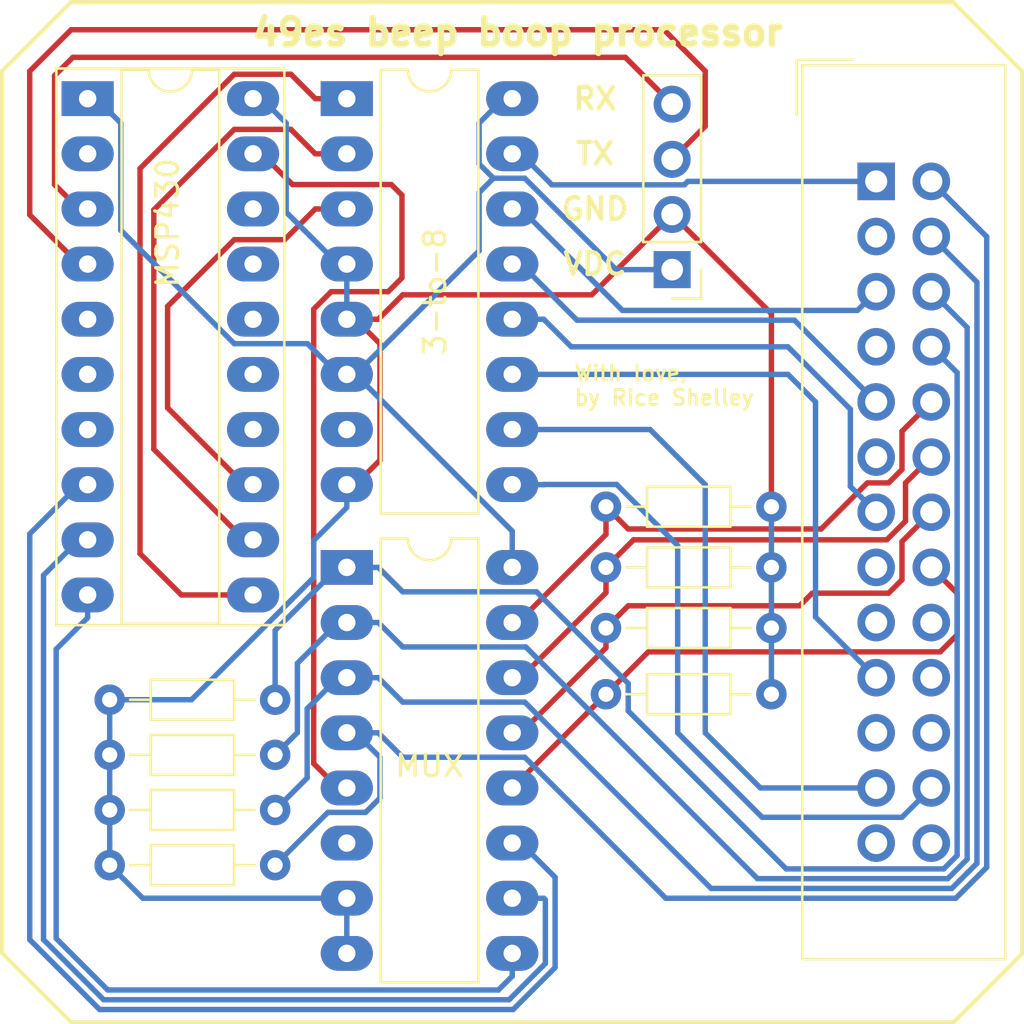
<source format=kicad_pcb>
(kicad_pcb (version 20171130) (host pcbnew 5.0.2-bee76a0~70~ubuntu18.04.1)

  (general
    (thickness 1.6)
    (drawings 15)
    (tracks 252)
    (zones 0)
    (modules 13)
    (nets 49)
  )

  (page A4)
  (layers
    (0 F.Cu signal)
    (31 B.Cu signal)
    (32 B.Adhes user)
    (33 F.Adhes user)
    (34 B.Paste user)
    (35 F.Paste user)
    (36 B.SilkS user)
    (37 F.SilkS user)
    (38 B.Mask user)
    (39 F.Mask user)
    (40 Dwgs.User user)
    (41 Cmts.User user)
    (42 Eco1.User user)
    (43 Eco2.User user)
    (44 Edge.Cuts user)
    (45 Margin user)
    (46 B.CrtYd user)
    (47 F.CrtYd user)
    (48 B.Fab user)
    (49 F.Fab user)
  )

  (setup
    (last_trace_width 0.25)
    (trace_clearance 0.2)
    (zone_clearance 0.508)
    (zone_45_only no)
    (trace_min 0.25)
    (segment_width 0.2)
    (edge_width 0.1)
    (via_size 0.8)
    (via_drill 0.4)
    (via_min_size 0.4)
    (via_min_drill 0.3)
    (uvia_size 0.3)
    (uvia_drill 0.1)
    (uvias_allowed no)
    (uvia_min_size 0.2)
    (uvia_min_drill 0.1)
    (pcb_text_width 0.3)
    (pcb_text_size 1.5 1.5)
    (mod_edge_width 0.15)
    (mod_text_size 1 1)
    (mod_text_width 0.15)
    (pad_size 1.5 1.5)
    (pad_drill 0.6)
    (pad_to_mask_clearance 0)
    (solder_mask_min_width 0.25)
    (aux_axis_origin 0 0)
    (visible_elements FFFFFF7F)
    (pcbplotparams
      (layerselection 0x010fc_ffffffff)
      (usegerberextensions false)
      (usegerberattributes false)
      (usegerberadvancedattributes false)
      (creategerberjobfile false)
      (excludeedgelayer true)
      (linewidth 0.100000)
      (plotframeref false)
      (viasonmask false)
      (mode 1)
      (useauxorigin false)
      (hpglpennumber 1)
      (hpglpenspeed 20)
      (hpglpendiameter 15.000000)
      (psnegative false)
      (psa4output false)
      (plotreference true)
      (plotvalue true)
      (plotinvisibletext false)
      (padsonsilk false)
      (subtractmaskfromsilk false)
      (outputformat 1)
      (mirror false)
      (drillshape 1)
      (scaleselection 1)
      (outputdirectory ""))
  )

  (net 0 "")
  (net 1 GND)
  (net 2 "Net-(J1-Pad2)")
  (net 3 "Net-(J1-Pad4)")
  (net 4 "Net-(J1-Pad6)")
  (net 5 "Net-(J1-Pad8)")
  (net 6 "Net-(J1-Pad10)")
  (net 7 "Net-(J1-Pad12)")
  (net 8 "Net-(J1-Pad14)")
  (net 9 "Net-(J1-Pad16)")
  (net 10 +3V3)
  (net 11 "Net-(3-to-8-Pad1)")
  (net 12 "Net-(MSP1-Pad2)")
  (net 13 "Net-(3-to-8-Pad2)")
  (net 14 "Net-(3-to-8-Pad3)")
  (net 15 "Net-(MSP1-Pad14)")
  (net 16 "Net-(MSP1-Pad5)")
  (net 17 "Net-(MSP1-Pad15)")
  (net 18 "Net-(MSP1-Pad6)")
  (net 19 "Net-(MSP1-Pad16)")
  (net 20 "Net-(MSP1-Pad7)")
  (net 21 "Net-(MSP1-Pad17)")
  (net 22 "Net-(MSP1-Pad8)")
  (net 23 "Net-(MSP1-Pad18)")
  (net 24 "Net-(MSP1-Pad9)")
  (net 25 "Net-(MSP1-Pad19)")
  (net 26 "Net-(MSP1-Pad10)")
  (net 27 "Net-(3-to-8-Pad9)")
  (net 28 "Net-(3-to-8-Pad10)")
  (net 29 "Net-(3-to-8-Pad11)")
  (net 30 "Net-(3-to-8-Pad12)")
  (net 31 "Net-(3-to-8-Pad13)")
  (net 32 "Net-(3-to-8-Pad14)")
  (net 33 "Net-(3-to-8-Pad7)")
  (net 34 "Net-(3-to-8-Pad15)")
  (net 35 "Net-(MUX1-Pad6)")
  (net 36 "Net-(J1-Pad3)")
  (net 37 "Net-(J1-Pad7)")
  (net 38 "Net-(J1-Pad11)")
  (net 39 "Net-(J1-Pad15)")
  (net 40 "Net-(J1-Pad17)")
  (net 41 "Net-(J1-Pad18)")
  (net 42 "Net-(J1-Pad20)")
  (net 43 "Net-(J1-Pad21)")
  (net 44 "Net-(J1-Pad22)")
  (net 45 "Net-(J1-Pad25)")
  (net 46 "Net-(J1-Pad26)")
  (net 47 "Net-(J2-Pad4)")
  (net 48 "Net-(J2-Pad3)")

  (net_class Default "This is the default net class."
    (clearance 0.2)
    (trace_width 0.25)
    (via_dia 0.8)
    (via_drill 0.4)
    (uvia_dia 0.3)
    (uvia_drill 0.1)
    (add_net +3V3)
    (add_net GND)
    (add_net "Net-(3-to-8-Pad1)")
    (add_net "Net-(3-to-8-Pad10)")
    (add_net "Net-(3-to-8-Pad11)")
    (add_net "Net-(3-to-8-Pad12)")
    (add_net "Net-(3-to-8-Pad13)")
    (add_net "Net-(3-to-8-Pad14)")
    (add_net "Net-(3-to-8-Pad15)")
    (add_net "Net-(3-to-8-Pad2)")
    (add_net "Net-(3-to-8-Pad3)")
    (add_net "Net-(3-to-8-Pad7)")
    (add_net "Net-(3-to-8-Pad9)")
    (add_net "Net-(J1-Pad10)")
    (add_net "Net-(J1-Pad11)")
    (add_net "Net-(J1-Pad12)")
    (add_net "Net-(J1-Pad14)")
    (add_net "Net-(J1-Pad15)")
    (add_net "Net-(J1-Pad16)")
    (add_net "Net-(J1-Pad17)")
    (add_net "Net-(J1-Pad18)")
    (add_net "Net-(J1-Pad2)")
    (add_net "Net-(J1-Pad20)")
    (add_net "Net-(J1-Pad21)")
    (add_net "Net-(J1-Pad22)")
    (add_net "Net-(J1-Pad25)")
    (add_net "Net-(J1-Pad26)")
    (add_net "Net-(J1-Pad3)")
    (add_net "Net-(J1-Pad4)")
    (add_net "Net-(J1-Pad6)")
    (add_net "Net-(J1-Pad7)")
    (add_net "Net-(J1-Pad8)")
    (add_net "Net-(J2-Pad3)")
    (add_net "Net-(J2-Pad4)")
    (add_net "Net-(MSP1-Pad10)")
    (add_net "Net-(MSP1-Pad14)")
    (add_net "Net-(MSP1-Pad15)")
    (add_net "Net-(MSP1-Pad16)")
    (add_net "Net-(MSP1-Pad17)")
    (add_net "Net-(MSP1-Pad18)")
    (add_net "Net-(MSP1-Pad19)")
    (add_net "Net-(MSP1-Pad2)")
    (add_net "Net-(MSP1-Pad5)")
    (add_net "Net-(MSP1-Pad6)")
    (add_net "Net-(MSP1-Pad7)")
    (add_net "Net-(MSP1-Pad8)")
    (add_net "Net-(MSP1-Pad9)")
    (add_net "Net-(MUX1-Pad6)")
  )

  (module Resistor_THT:R_Axial_DIN0204_L3.6mm_D1.6mm_P7.62mm_Horizontal (layer F.Cu) (tedit 5C5B2599) (tstamp 5C455B32)
    (at 159.258 92.456)
    (descr "Resistor, Axial_DIN0204 series, Axial, Horizontal, pin pitch=7.62mm, 0.167W, length*diameter=3.6*1.6mm^2, http://cdn-reichelt.de/documents/datenblatt/B400/1_4W%23YAG.pdf")
    (tags "Resistor Axial_DIN0204 series Axial Horizontal pin pitch 7.62mm 0.167W length 3.6mm diameter 1.6mm")
    (path /5BFB0570)
    (fp_text reference R3 (at 3.81 -1.92) (layer F.SilkS) hide
      (effects (font (size 1 1) (thickness 0.15)))
    )
    (fp_text value R_US (at 3.81 1.92) (layer F.Fab) hide
      (effects (font (size 1 1) (thickness 0.15)))
    )
    (fp_line (start 2.01 -0.8) (end 2.01 0.8) (layer F.Fab) (width 0.1))
    (fp_line (start 2.01 0.8) (end 5.61 0.8) (layer F.Fab) (width 0.1))
    (fp_line (start 5.61 0.8) (end 5.61 -0.8) (layer F.Fab) (width 0.1))
    (fp_line (start 5.61 -0.8) (end 2.01 -0.8) (layer F.Fab) (width 0.1))
    (fp_line (start 0 0) (end 2.01 0) (layer F.Fab) (width 0.1))
    (fp_line (start 7.62 0) (end 5.61 0) (layer F.Fab) (width 0.1))
    (fp_line (start 1.89 -0.92) (end 1.89 0.92) (layer F.SilkS) (width 0.12))
    (fp_line (start 1.89 0.92) (end 5.73 0.92) (layer F.SilkS) (width 0.12))
    (fp_line (start 5.73 0.92) (end 5.73 -0.92) (layer F.SilkS) (width 0.12))
    (fp_line (start 5.73 -0.92) (end 1.89 -0.92) (layer F.SilkS) (width 0.12))
    (fp_line (start 0.94 0) (end 1.89 0) (layer F.SilkS) (width 0.12))
    (fp_line (start 6.68 0) (end 5.73 0) (layer F.SilkS) (width 0.12))
    (fp_line (start -0.95 -1.05) (end -0.95 1.05) (layer F.CrtYd) (width 0.05))
    (fp_line (start -0.95 1.05) (end 8.57 1.05) (layer F.CrtYd) (width 0.05))
    (fp_line (start 8.57 1.05) (end 8.57 -1.05) (layer F.CrtYd) (width 0.05))
    (fp_line (start 8.57 -1.05) (end -0.95 -1.05) (layer F.CrtYd) (width 0.05))
    (fp_text user %R (at 3.81 0) (layer F.Fab)
      (effects (font (size 0.72 0.72) (thickness 0.108)))
    )
    (pad 1 thru_hole circle (at 0 0) (size 1.4 1.4) (drill 0.7) (layers *.Cu *.Mask)
      (net 1 GND))
    (pad 2 thru_hole oval (at 7.62 0) (size 1.4 1.4) (drill 0.7) (layers *.Cu *.Mask)
      (net 4 "Net-(J1-Pad6)"))
    (model ${KISYS3DMOD}/Resistor_THT.3dshapes/R_Axial_DIN0204_L3.6mm_D1.6mm_P7.62mm_Horizontal.wrl
      (at (xyz 0 0 0))
      (scale (xyz 1 1 1))
      (rotate (xyz 0 0 0))
    )
  )

  (module Resistor_THT:R_Axial_DIN0204_L3.6mm_D1.6mm_P7.62mm_Horizontal (layer F.Cu) (tedit 5C5B25BA) (tstamp 5C455BA5)
    (at 189.738 89.662 180)
    (descr "Resistor, Axial_DIN0204 series, Axial, Horizontal, pin pitch=7.62mm, 0.167W, length*diameter=3.6*1.6mm^2, http://cdn-reichelt.de/documents/datenblatt/B400/1_4W%23YAG.pdf")
    (tags "Resistor Axial_DIN0204 series Axial Horizontal pin pitch 7.62mm 0.167W length 3.6mm diameter 1.6mm")
    (path /5BFC4287)
    (fp_text reference R8 (at 3.81 -1.92 180) (layer F.SilkS) hide
      (effects (font (size 1 1) (thickness 0.15)))
    )
    (fp_text value R_US (at 3.81 1.92 180) (layer F.Fab) hide
      (effects (font (size 1 1) (thickness 0.15)))
    )
    (fp_text user %R (at 3.81 0 180) (layer F.Fab)
      (effects (font (size 0.72 0.72) (thickness 0.108)))
    )
    (fp_line (start 8.57 -1.05) (end -0.95 -1.05) (layer F.CrtYd) (width 0.05))
    (fp_line (start 8.57 1.05) (end 8.57 -1.05) (layer F.CrtYd) (width 0.05))
    (fp_line (start -0.95 1.05) (end 8.57 1.05) (layer F.CrtYd) (width 0.05))
    (fp_line (start -0.95 -1.05) (end -0.95 1.05) (layer F.CrtYd) (width 0.05))
    (fp_line (start 6.68 0) (end 5.73 0) (layer F.SilkS) (width 0.12))
    (fp_line (start 0.94 0) (end 1.89 0) (layer F.SilkS) (width 0.12))
    (fp_line (start 5.73 -0.92) (end 1.89 -0.92) (layer F.SilkS) (width 0.12))
    (fp_line (start 5.73 0.92) (end 5.73 -0.92) (layer F.SilkS) (width 0.12))
    (fp_line (start 1.89 0.92) (end 5.73 0.92) (layer F.SilkS) (width 0.12))
    (fp_line (start 1.89 -0.92) (end 1.89 0.92) (layer F.SilkS) (width 0.12))
    (fp_line (start 7.62 0) (end 5.61 0) (layer F.Fab) (width 0.1))
    (fp_line (start 0 0) (end 2.01 0) (layer F.Fab) (width 0.1))
    (fp_line (start 5.61 -0.8) (end 2.01 -0.8) (layer F.Fab) (width 0.1))
    (fp_line (start 5.61 0.8) (end 5.61 -0.8) (layer F.Fab) (width 0.1))
    (fp_line (start 2.01 0.8) (end 5.61 0.8) (layer F.Fab) (width 0.1))
    (fp_line (start 2.01 -0.8) (end 2.01 0.8) (layer F.Fab) (width 0.1))
    (pad 2 thru_hole oval (at 7.62 0 180) (size 1.4 1.4) (drill 0.7) (layers *.Cu *.Mask)
      (net 9 "Net-(J1-Pad16)"))
    (pad 1 thru_hole circle (at 0 0 180) (size 1.4 1.4) (drill 0.7) (layers *.Cu *.Mask)
      (net 1 GND))
    (model ${KISYS3DMOD}/Resistor_THT.3dshapes/R_Axial_DIN0204_L3.6mm_D1.6mm_P7.62mm_Horizontal.wrl
      (at (xyz 0 0 0))
      (scale (xyz 1 1 1))
      (rotate (xyz 0 0 0))
    )
  )

  (module Connector_IDC:IDC-Header_2x13_P2.54mm_Vertical (layer F.Cu) (tedit 5C5B25C0) (tstamp 5C455C55)
    (at 194.564 66.04)
    (descr "Through hole straight IDC box header, 2x13, 2.54mm pitch, double rows")
    (tags "Through hole IDC box header THT 2x13 2.54mm double row")
    (path /5BF4E9DF)
    (fp_text reference J1 (at 1.27 -6.604) (layer F.SilkS) hide
      (effects (font (size 1 1) (thickness 0.15)))
    )
    (fp_text value Conn_02x13_Row_Letter_Last (at 1.27 37.084) (layer F.Fab) hide
      (effects (font (size 1 1) (thickness 0.15)))
    )
    (fp_text user %R (at 1.27 15.24) (layer F.Fab)
      (effects (font (size 1 1) (thickness 0.15)))
    )
    (fp_line (start 5.695 -5.1) (end 5.695 35.58) (layer F.Fab) (width 0.1))
    (fp_line (start 5.145 -4.56) (end 5.145 35.02) (layer F.Fab) (width 0.1))
    (fp_line (start -3.155 -5.1) (end -3.155 35.58) (layer F.Fab) (width 0.1))
    (fp_line (start -2.605 -4.56) (end -2.605 12.99) (layer F.Fab) (width 0.1))
    (fp_line (start -2.605 17.49) (end -2.605 35.02) (layer F.Fab) (width 0.1))
    (fp_line (start -2.605 12.99) (end -3.155 12.99) (layer F.Fab) (width 0.1))
    (fp_line (start -2.605 17.49) (end -3.155 17.49) (layer F.Fab) (width 0.1))
    (fp_line (start 5.695 -5.1) (end -3.155 -5.1) (layer F.Fab) (width 0.1))
    (fp_line (start 5.145 -4.56) (end -2.605 -4.56) (layer F.Fab) (width 0.1))
    (fp_line (start 5.695 35.58) (end -3.155 35.58) (layer F.Fab) (width 0.1))
    (fp_line (start 5.145 35.02) (end -2.605 35.02) (layer F.Fab) (width 0.1))
    (fp_line (start 5.695 -5.1) (end 5.145 -4.56) (layer F.Fab) (width 0.1))
    (fp_line (start 5.695 35.58) (end 5.145 35.02) (layer F.Fab) (width 0.1))
    (fp_line (start -3.155 -5.1) (end -2.605 -4.56) (layer F.Fab) (width 0.1))
    (fp_line (start -3.155 35.58) (end -2.605 35.02) (layer F.Fab) (width 0.1))
    (fp_line (start 5.95 -5.35) (end 5.95 35.83) (layer F.CrtYd) (width 0.05))
    (fp_line (start 5.95 35.83) (end -3.41 35.83) (layer F.CrtYd) (width 0.05))
    (fp_line (start -3.41 35.83) (end -3.41 -5.35) (layer F.CrtYd) (width 0.05))
    (fp_line (start -3.41 -5.35) (end 5.95 -5.35) (layer F.CrtYd) (width 0.05))
    (fp_line (start 5.945 -5.35) (end 5.945 35.83) (layer F.SilkS) (width 0.12))
    (fp_line (start 5.945 35.83) (end -3.405 35.83) (layer F.SilkS) (width 0.12))
    (fp_line (start -3.405 35.83) (end -3.405 -5.35) (layer F.SilkS) (width 0.12))
    (fp_line (start -3.405 -5.35) (end 5.945 -5.35) (layer F.SilkS) (width 0.12))
    (fp_line (start -3.655 -5.6) (end -3.655 -3.06) (layer F.SilkS) (width 0.12))
    (fp_line (start -3.655 -5.6) (end -1.115 -5.6) (layer F.SilkS) (width 0.12))
    (pad 1 thru_hole rect (at 0 0) (size 1.7272 1.7272) (drill 1.016) (layers *.Cu *.Mask)
      (net 34 "Net-(3-to-8-Pad15)"))
    (pad 2 thru_hole oval (at 2.54 0) (size 1.7272 1.7272) (drill 1.016) (layers *.Cu *.Mask)
      (net 2 "Net-(J1-Pad2)"))
    (pad 3 thru_hole oval (at 0 2.54) (size 1.7272 1.7272) (drill 1.016) (layers *.Cu *.Mask)
      (net 36 "Net-(J1-Pad3)"))
    (pad 4 thru_hole oval (at 2.54 2.54) (size 1.7272 1.7272) (drill 1.016) (layers *.Cu *.Mask)
      (net 3 "Net-(J1-Pad4)"))
    (pad 5 thru_hole oval (at 0 5.08) (size 1.7272 1.7272) (drill 1.016) (layers *.Cu *.Mask)
      (net 32 "Net-(3-to-8-Pad14)"))
    (pad 6 thru_hole oval (at 2.54 5.08) (size 1.7272 1.7272) (drill 1.016) (layers *.Cu *.Mask)
      (net 4 "Net-(J1-Pad6)"))
    (pad 7 thru_hole oval (at 0 7.62) (size 1.7272 1.7272) (drill 1.016) (layers *.Cu *.Mask)
      (net 37 "Net-(J1-Pad7)"))
    (pad 8 thru_hole oval (at 2.54 7.62) (size 1.7272 1.7272) (drill 1.016) (layers *.Cu *.Mask)
      (net 5 "Net-(J1-Pad8)"))
    (pad 9 thru_hole oval (at 0 10.16) (size 1.7272 1.7272) (drill 1.016) (layers *.Cu *.Mask)
      (net 31 "Net-(3-to-8-Pad13)"))
    (pad 10 thru_hole oval (at 2.54 10.16) (size 1.7272 1.7272) (drill 1.016) (layers *.Cu *.Mask)
      (net 6 "Net-(J1-Pad10)"))
    (pad 11 thru_hole oval (at 0 12.7) (size 1.7272 1.7272) (drill 1.016) (layers *.Cu *.Mask)
      (net 38 "Net-(J1-Pad11)"))
    (pad 12 thru_hole oval (at 2.54 12.7) (size 1.7272 1.7272) (drill 1.016) (layers *.Cu *.Mask)
      (net 7 "Net-(J1-Pad12)"))
    (pad 13 thru_hole oval (at 0 15.24) (size 1.7272 1.7272) (drill 1.016) (layers *.Cu *.Mask)
      (net 30 "Net-(3-to-8-Pad12)"))
    (pad 14 thru_hole oval (at 2.54 15.24) (size 1.7272 1.7272) (drill 1.016) (layers *.Cu *.Mask)
      (net 8 "Net-(J1-Pad14)"))
    (pad 15 thru_hole oval (at 0 17.78) (size 1.7272 1.7272) (drill 1.016) (layers *.Cu *.Mask)
      (net 39 "Net-(J1-Pad15)"))
    (pad 16 thru_hole oval (at 2.54 17.78) (size 1.7272 1.7272) (drill 1.016) (layers *.Cu *.Mask)
      (net 9 "Net-(J1-Pad16)"))
    (pad 17 thru_hole oval (at 0 20.32) (size 1.7272 1.7272) (drill 1.016) (layers *.Cu *.Mask)
      (net 40 "Net-(J1-Pad17)"))
    (pad 18 thru_hole oval (at 2.54 20.32) (size 1.7272 1.7272) (drill 1.016) (layers *.Cu *.Mask)
      (net 41 "Net-(J1-Pad18)"))
    (pad 19 thru_hole oval (at 0 22.86) (size 1.7272 1.7272) (drill 1.016) (layers *.Cu *.Mask)
      (net 29 "Net-(3-to-8-Pad11)"))
    (pad 20 thru_hole oval (at 2.54 22.86) (size 1.7272 1.7272) (drill 1.016) (layers *.Cu *.Mask)
      (net 42 "Net-(J1-Pad20)"))
    (pad 21 thru_hole oval (at 0 25.4) (size 1.7272 1.7272) (drill 1.016) (layers *.Cu *.Mask)
      (net 43 "Net-(J1-Pad21)"))
    (pad 22 thru_hole oval (at 2.54 25.4) (size 1.7272 1.7272) (drill 1.016) (layers *.Cu *.Mask)
      (net 44 "Net-(J1-Pad22)"))
    (pad 23 thru_hole oval (at 0 27.94) (size 1.7272 1.7272) (drill 1.016) (layers *.Cu *.Mask)
      (net 28 "Net-(3-to-8-Pad10)"))
    (pad 24 thru_hole oval (at 2.54 27.94) (size 1.7272 1.7272) (drill 1.016) (layers *.Cu *.Mask)
      (net 27 "Net-(3-to-8-Pad9)"))
    (pad 25 thru_hole oval (at 0 30.48) (size 1.7272 1.7272) (drill 1.016) (layers *.Cu *.Mask)
      (net 45 "Net-(J1-Pad25)"))
    (pad 26 thru_hole oval (at 2.54 30.48) (size 1.7272 1.7272) (drill 1.016) (layers *.Cu *.Mask)
      (net 46 "Net-(J1-Pad26)"))
    (model ${KISYS3DMOD}/Connector_IDC.3dshapes/IDC-Header_2x13_P2.54mm_Vertical.wrl
      (at (xyz 0 0 0))
      (scale (xyz 1 1 1))
      (rotate (xyz 0 0 0))
    )
  )

  (module Resistor_THT:R_Axial_DIN0204_L3.6mm_D1.6mm_P7.62mm_Horizontal (layer F.Cu) (tedit 5C5B25EE) (tstamp 5C455B77)
    (at 189.738 83.82 180)
    (descr "Resistor, Axial_DIN0204 series, Axial, Horizontal, pin pitch=7.62mm, 0.167W, length*diameter=3.6*1.6mm^2, http://cdn-reichelt.de/documents/datenblatt/B400/1_4W%23YAG.pdf")
    (tags "Resistor Axial_DIN0204 series Axial Horizontal pin pitch 7.62mm 0.167W length 3.6mm diameter 1.6mm")
    (path /5BFBD8DD)
    (fp_text reference R6 (at 3.81 -1.92 180) (layer F.SilkS) hide
      (effects (font (size 1 1) (thickness 0.15)))
    )
    (fp_text value R_US (at 3.81 1.92 180) (layer F.Fab) hide
      (effects (font (size 1 1) (thickness 0.15)))
    )
    (fp_text user %R (at 3.81 0 180) (layer F.Fab)
      (effects (font (size 0.72 0.72) (thickness 0.108)))
    )
    (fp_line (start 8.57 -1.05) (end -0.95 -1.05) (layer F.CrtYd) (width 0.05))
    (fp_line (start 8.57 1.05) (end 8.57 -1.05) (layer F.CrtYd) (width 0.05))
    (fp_line (start -0.95 1.05) (end 8.57 1.05) (layer F.CrtYd) (width 0.05))
    (fp_line (start -0.95 -1.05) (end -0.95 1.05) (layer F.CrtYd) (width 0.05))
    (fp_line (start 6.68 0) (end 5.73 0) (layer F.SilkS) (width 0.12))
    (fp_line (start 0.94 0) (end 1.89 0) (layer F.SilkS) (width 0.12))
    (fp_line (start 5.73 -0.92) (end 1.89 -0.92) (layer F.SilkS) (width 0.12))
    (fp_line (start 5.73 0.92) (end 5.73 -0.92) (layer F.SilkS) (width 0.12))
    (fp_line (start 1.89 0.92) (end 5.73 0.92) (layer F.SilkS) (width 0.12))
    (fp_line (start 1.89 -0.92) (end 1.89 0.92) (layer F.SilkS) (width 0.12))
    (fp_line (start 7.62 0) (end 5.61 0) (layer F.Fab) (width 0.1))
    (fp_line (start 0 0) (end 2.01 0) (layer F.Fab) (width 0.1))
    (fp_line (start 5.61 -0.8) (end 2.01 -0.8) (layer F.Fab) (width 0.1))
    (fp_line (start 5.61 0.8) (end 5.61 -0.8) (layer F.Fab) (width 0.1))
    (fp_line (start 2.01 0.8) (end 5.61 0.8) (layer F.Fab) (width 0.1))
    (fp_line (start 2.01 -0.8) (end 2.01 0.8) (layer F.Fab) (width 0.1))
    (pad 2 thru_hole oval (at 7.62 0 180) (size 1.4 1.4) (drill 0.7) (layers *.Cu *.Mask)
      (net 7 "Net-(J1-Pad12)"))
    (pad 1 thru_hole circle (at 0 0 180) (size 1.4 1.4) (drill 0.7) (layers *.Cu *.Mask)
      (net 1 GND))
    (model ${KISYS3DMOD}/Resistor_THT.3dshapes/R_Axial_DIN0204_L3.6mm_D1.6mm_P7.62mm_Horizontal.wrl
      (at (xyz 0 0 0))
      (scale (xyz 1 1 1))
      (rotate (xyz 0 0 0))
    )
  )

  (module Resistor_THT:R_Axial_DIN0204_L3.6mm_D1.6mm_P7.62mm_Horizontal (layer F.Cu) (tedit 5C5B2593) (tstamp 5C455B1B)
    (at 159.258 94.996)
    (descr "Resistor, Axial_DIN0204 series, Axial, Horizontal, pin pitch=7.62mm, 0.167W, length*diameter=3.6*1.6mm^2, http://cdn-reichelt.de/documents/datenblatt/B400/1_4W%23YAG.pdf")
    (tags "Resistor Axial_DIN0204 series Axial Horizontal pin pitch 7.62mm 0.167W length 3.6mm diameter 1.6mm")
    (path /5BFAD09B)
    (fp_text reference R2 (at 3.81 -1.92) (layer F.SilkS) hide
      (effects (font (size 1 1) (thickness 0.15)))
    )
    (fp_text value R_US (at 3.81 1.92) (layer F.Fab) hide
      (effects (font (size 1 1) (thickness 0.15)))
    )
    (fp_text user %R (at 3.81 0) (layer F.Fab)
      (effects (font (size 0.72 0.72) (thickness 0.108)))
    )
    (fp_line (start 8.57 -1.05) (end -0.95 -1.05) (layer F.CrtYd) (width 0.05))
    (fp_line (start 8.57 1.05) (end 8.57 -1.05) (layer F.CrtYd) (width 0.05))
    (fp_line (start -0.95 1.05) (end 8.57 1.05) (layer F.CrtYd) (width 0.05))
    (fp_line (start -0.95 -1.05) (end -0.95 1.05) (layer F.CrtYd) (width 0.05))
    (fp_line (start 6.68 0) (end 5.73 0) (layer F.SilkS) (width 0.12))
    (fp_line (start 0.94 0) (end 1.89 0) (layer F.SilkS) (width 0.12))
    (fp_line (start 5.73 -0.92) (end 1.89 -0.92) (layer F.SilkS) (width 0.12))
    (fp_line (start 5.73 0.92) (end 5.73 -0.92) (layer F.SilkS) (width 0.12))
    (fp_line (start 1.89 0.92) (end 5.73 0.92) (layer F.SilkS) (width 0.12))
    (fp_line (start 1.89 -0.92) (end 1.89 0.92) (layer F.SilkS) (width 0.12))
    (fp_line (start 7.62 0) (end 5.61 0) (layer F.Fab) (width 0.1))
    (fp_line (start 0 0) (end 2.01 0) (layer F.Fab) (width 0.1))
    (fp_line (start 5.61 -0.8) (end 2.01 -0.8) (layer F.Fab) (width 0.1))
    (fp_line (start 5.61 0.8) (end 5.61 -0.8) (layer F.Fab) (width 0.1))
    (fp_line (start 2.01 0.8) (end 5.61 0.8) (layer F.Fab) (width 0.1))
    (fp_line (start 2.01 -0.8) (end 2.01 0.8) (layer F.Fab) (width 0.1))
    (pad 2 thru_hole oval (at 7.62 0) (size 1.4 1.4) (drill 0.7) (layers *.Cu *.Mask)
      (net 3 "Net-(J1-Pad4)"))
    (pad 1 thru_hole circle (at 0 0) (size 1.4 1.4) (drill 0.7) (layers *.Cu *.Mask)
      (net 1 GND))
    (model ${KISYS3DMOD}/Resistor_THT.3dshapes/R_Axial_DIN0204_L3.6mm_D1.6mm_P7.62mm_Horizontal.wrl
      (at (xyz 0 0 0))
      (scale (xyz 1 1 1))
      (rotate (xyz 0 0 0))
    )
  )

  (module Package_DIP:DIP-20_W7.62mm_Socket_LongPads (layer F.Cu) (tedit 5C5B3EF1) (tstamp 5C455BD5)
    (at 158.242 62.23)
    (descr "20-lead though-hole mounted DIP package, row spacing 7.62 mm (300 mils), Socket, LongPads")
    (tags "THT DIP DIL PDIP 2.54mm 7.62mm 300mil Socket LongPads")
    (path /5BF3ADA9)
    (fp_text reference MSP430 (at 3.683 5.715 90) (layer F.SilkS)
      (effects (font (size 1 1) (thickness 0.15)))
    )
    (fp_text value MSP430G2553IN20 (at 3.81 25.19) (layer F.Fab) hide
      (effects (font (size 1 1) (thickness 0.15)))
    )
    (fp_arc (start 3.81 -1.33) (end 2.81 -1.33) (angle -180) (layer F.SilkS) (width 0.12))
    (fp_line (start 1.635 -1.27) (end 6.985 -1.27) (layer F.Fab) (width 0.1))
    (fp_line (start 6.985 -1.27) (end 6.985 24.13) (layer F.Fab) (width 0.1))
    (fp_line (start 6.985 24.13) (end 0.635 24.13) (layer F.Fab) (width 0.1))
    (fp_line (start 0.635 24.13) (end 0.635 -0.27) (layer F.Fab) (width 0.1))
    (fp_line (start 0.635 -0.27) (end 1.635 -1.27) (layer F.Fab) (width 0.1))
    (fp_line (start -1.27 -1.33) (end -1.27 24.19) (layer F.Fab) (width 0.1))
    (fp_line (start -1.27 24.19) (end 8.89 24.19) (layer F.Fab) (width 0.1))
    (fp_line (start 8.89 24.19) (end 8.89 -1.33) (layer F.Fab) (width 0.1))
    (fp_line (start 8.89 -1.33) (end -1.27 -1.33) (layer F.Fab) (width 0.1))
    (fp_line (start 2.81 -1.33) (end 1.56 -1.33) (layer F.SilkS) (width 0.12))
    (fp_line (start 1.56 -1.33) (end 1.56 24.19) (layer F.SilkS) (width 0.12))
    (fp_line (start 1.56 24.19) (end 6.06 24.19) (layer F.SilkS) (width 0.12))
    (fp_line (start 6.06 24.19) (end 6.06 -1.33) (layer F.SilkS) (width 0.12))
    (fp_line (start 6.06 -1.33) (end 4.81 -1.33) (layer F.SilkS) (width 0.12))
    (fp_line (start -1.44 -1.39) (end -1.44 24.25) (layer F.SilkS) (width 0.12))
    (fp_line (start -1.44 24.25) (end 9.06 24.25) (layer F.SilkS) (width 0.12))
    (fp_line (start 9.06 24.25) (end 9.06 -1.39) (layer F.SilkS) (width 0.12))
    (fp_line (start 9.06 -1.39) (end -1.44 -1.39) (layer F.SilkS) (width 0.12))
    (fp_line (start -1.55 -1.6) (end -1.55 24.45) (layer F.CrtYd) (width 0.05))
    (fp_line (start -1.55 24.45) (end 9.15 24.45) (layer F.CrtYd) (width 0.05))
    (fp_line (start 9.15 24.45) (end 9.15 -1.6) (layer F.CrtYd) (width 0.05))
    (fp_line (start 9.15 -1.6) (end -1.55 -1.6) (layer F.CrtYd) (width 0.05))
    (fp_text user %R (at 3.81 11.43) (layer F.Fab) hide
      (effects (font (size 1 1) (thickness 0.15)))
    )
    (pad 1 thru_hole rect (at 0 0) (size 2.4 1.6) (drill 0.8) (layers *.Cu *.Mask)
      (net 10 +3V3))
    (pad 11 thru_hole oval (at 7.62 22.86) (size 2.4 1.6) (drill 0.8) (layers *.Cu *.Mask)
      (net 11 "Net-(3-to-8-Pad1)"))
    (pad 2 thru_hole oval (at 0 2.54) (size 2.4 1.6) (drill 0.8) (layers *.Cu *.Mask)
      (net 12 "Net-(MSP1-Pad2)"))
    (pad 12 thru_hole oval (at 7.62 20.32) (size 2.4 1.6) (drill 0.8) (layers *.Cu *.Mask)
      (net 13 "Net-(3-to-8-Pad2)"))
    (pad 3 thru_hole oval (at 0 5.08) (size 2.4 1.6) (drill 0.8) (layers *.Cu *.Mask)
      (net 47 "Net-(J2-Pad4)"))
    (pad 13 thru_hole oval (at 7.62 17.78) (size 2.4 1.6) (drill 0.8) (layers *.Cu *.Mask)
      (net 14 "Net-(3-to-8-Pad3)"))
    (pad 4 thru_hole oval (at 0 7.62) (size 2.4 1.6) (drill 0.8) (layers *.Cu *.Mask)
      (net 48 "Net-(J2-Pad3)"))
    (pad 14 thru_hole oval (at 7.62 15.24) (size 2.4 1.6) (drill 0.8) (layers *.Cu *.Mask)
      (net 15 "Net-(MSP1-Pad14)"))
    (pad 5 thru_hole oval (at 0 10.16) (size 2.4 1.6) (drill 0.8) (layers *.Cu *.Mask)
      (net 16 "Net-(MSP1-Pad5)"))
    (pad 15 thru_hole oval (at 7.62 12.7) (size 2.4 1.6) (drill 0.8) (layers *.Cu *.Mask)
      (net 17 "Net-(MSP1-Pad15)"))
    (pad 6 thru_hole oval (at 0 12.7) (size 2.4 1.6) (drill 0.8) (layers *.Cu *.Mask)
      (net 18 "Net-(MSP1-Pad6)"))
    (pad 16 thru_hole oval (at 7.62 10.16) (size 2.4 1.6) (drill 0.8) (layers *.Cu *.Mask)
      (net 19 "Net-(MSP1-Pad16)"))
    (pad 7 thru_hole oval (at 0 15.24) (size 2.4 1.6) (drill 0.8) (layers *.Cu *.Mask)
      (net 20 "Net-(MSP1-Pad7)"))
    (pad 17 thru_hole oval (at 7.62 7.62) (size 2.4 1.6) (drill 0.8) (layers *.Cu *.Mask)
      (net 21 "Net-(MSP1-Pad17)"))
    (pad 8 thru_hole oval (at 0 17.78) (size 2.4 1.6) (drill 0.8) (layers *.Cu *.Mask)
      (net 22 "Net-(MSP1-Pad8)"))
    (pad 18 thru_hole oval (at 7.62 5.08) (size 2.4 1.6) (drill 0.8) (layers *.Cu *.Mask)
      (net 23 "Net-(MSP1-Pad18)"))
    (pad 9 thru_hole oval (at 0 20.32) (size 2.4 1.6) (drill 0.8) (layers *.Cu *.Mask)
      (net 24 "Net-(MSP1-Pad9)"))
    (pad 19 thru_hole oval (at 7.62 2.54) (size 2.4 1.6) (drill 0.8) (layers *.Cu *.Mask)
      (net 25 "Net-(MSP1-Pad19)"))
    (pad 10 thru_hole oval (at 0 22.86) (size 2.4 1.6) (drill 0.8) (layers *.Cu *.Mask)
      (net 26 "Net-(MSP1-Pad10)"))
    (pad 20 thru_hole oval (at 7.62 0) (size 2.4 1.6) (drill 0.8) (layers *.Cu *.Mask)
      (net 1 GND))
    (model ${KISYS3DMOD}/Package_DIP.3dshapes/DIP-20_W7.62mm_Socket.wrl
      (at (xyz 0 0 0))
      (scale (xyz 1 1 1))
      (rotate (xyz 0 0 0))
    )
  )

  (module Resistor_THT:R_Axial_DIN0204_L3.6mm_D1.6mm_P7.62mm_Horizontal (layer F.Cu) (tedit 5C5B25F2) (tstamp 5C455B8E)
    (at 189.738 86.614 180)
    (descr "Resistor, Axial_DIN0204 series, Axial, Horizontal, pin pitch=7.62mm, 0.167W, length*diameter=3.6*1.6mm^2, http://cdn-reichelt.de/documents/datenblatt/B400/1_4W%23YAG.pdf")
    (tags "Resistor Axial_DIN0204 series Axial Horizontal pin pitch 7.62mm 0.167W length 3.6mm diameter 1.6mm")
    (path /5BFC0DB2)
    (fp_text reference R7 (at 3.81 -1.92 180) (layer F.SilkS) hide
      (effects (font (size 1 1) (thickness 0.15)))
    )
    (fp_text value R_US (at 3.81 1.92 180) (layer F.Fab) hide
      (effects (font (size 1 1) (thickness 0.15)))
    )
    (fp_line (start 2.01 -0.8) (end 2.01 0.8) (layer F.Fab) (width 0.1))
    (fp_line (start 2.01 0.8) (end 5.61 0.8) (layer F.Fab) (width 0.1))
    (fp_line (start 5.61 0.8) (end 5.61 -0.8) (layer F.Fab) (width 0.1))
    (fp_line (start 5.61 -0.8) (end 2.01 -0.8) (layer F.Fab) (width 0.1))
    (fp_line (start 0 0) (end 2.01 0) (layer F.Fab) (width 0.1))
    (fp_line (start 7.62 0) (end 5.61 0) (layer F.Fab) (width 0.1))
    (fp_line (start 1.89 -0.92) (end 1.89 0.92) (layer F.SilkS) (width 0.12))
    (fp_line (start 1.89 0.92) (end 5.73 0.92) (layer F.SilkS) (width 0.12))
    (fp_line (start 5.73 0.92) (end 5.73 -0.92) (layer F.SilkS) (width 0.12))
    (fp_line (start 5.73 -0.92) (end 1.89 -0.92) (layer F.SilkS) (width 0.12))
    (fp_line (start 0.94 0) (end 1.89 0) (layer F.SilkS) (width 0.12))
    (fp_line (start 6.68 0) (end 5.73 0) (layer F.SilkS) (width 0.12))
    (fp_line (start -0.95 -1.05) (end -0.95 1.05) (layer F.CrtYd) (width 0.05))
    (fp_line (start -0.95 1.05) (end 8.57 1.05) (layer F.CrtYd) (width 0.05))
    (fp_line (start 8.57 1.05) (end 8.57 -1.05) (layer F.CrtYd) (width 0.05))
    (fp_line (start 8.57 -1.05) (end -0.95 -1.05) (layer F.CrtYd) (width 0.05))
    (fp_text user %R (at 3.81 0 180) (layer F.Fab)
      (effects (font (size 0.72 0.72) (thickness 0.108)))
    )
    (pad 1 thru_hole circle (at 0 0 180) (size 1.4 1.4) (drill 0.7) (layers *.Cu *.Mask)
      (net 1 GND))
    (pad 2 thru_hole oval (at 7.62 0 180) (size 1.4 1.4) (drill 0.7) (layers *.Cu *.Mask)
      (net 8 "Net-(J1-Pad14)"))
    (model ${KISYS3DMOD}/Resistor_THT.3dshapes/R_Axial_DIN0204_L3.6mm_D1.6mm_P7.62mm_Horizontal.wrl
      (at (xyz 0 0 0))
      (scale (xyz 1 1 1))
      (rotate (xyz 0 0 0))
    )
  )

  (module Connector_PinHeader_2.54mm:PinHeader_1x04_P2.54mm_Vertical (layer F.Cu) (tedit 5C5B25D8) (tstamp 5C5188B2)
    (at 185.166 70.104 180)
    (descr "Through hole straight pin header, 1x04, 2.54mm pitch, single row")
    (tags "Through hole pin header THT 1x04 2.54mm single row")
    (path /5C459729)
    (fp_text reference J2 (at 0 -3.81 180) (layer F.SilkS) hide
      (effects (font (size 1 1) (thickness 0.15)))
    )
    (fp_text value Conn_01x04 (at 0 9.95 180) (layer F.Fab) hide
      (effects (font (size 1 1) (thickness 0.15)))
    )
    (fp_line (start -0.635 -1.27) (end 1.27 -1.27) (layer F.Fab) (width 0.1))
    (fp_line (start 1.27 -1.27) (end 1.27 8.89) (layer F.Fab) (width 0.1))
    (fp_line (start 1.27 8.89) (end -1.27 8.89) (layer F.Fab) (width 0.1))
    (fp_line (start -1.27 8.89) (end -1.27 -0.635) (layer F.Fab) (width 0.1))
    (fp_line (start -1.27 -0.635) (end -0.635 -1.27) (layer F.Fab) (width 0.1))
    (fp_line (start -1.33 8.95) (end 1.33 8.95) (layer F.SilkS) (width 0.12))
    (fp_line (start -1.33 1.27) (end -1.33 8.95) (layer F.SilkS) (width 0.12))
    (fp_line (start 1.33 1.27) (end 1.33 8.95) (layer F.SilkS) (width 0.12))
    (fp_line (start -1.33 1.27) (end 1.33 1.27) (layer F.SilkS) (width 0.12))
    (fp_line (start -1.33 0) (end -1.33 -1.33) (layer F.SilkS) (width 0.12))
    (fp_line (start -1.33 -1.33) (end 0 -1.33) (layer F.SilkS) (width 0.12))
    (fp_line (start -1.8 -1.8) (end -1.8 9.4) (layer F.CrtYd) (width 0.05))
    (fp_line (start -1.8 9.4) (end 1.8 9.4) (layer F.CrtYd) (width 0.05))
    (fp_line (start 1.8 9.4) (end 1.8 -1.8) (layer F.CrtYd) (width 0.05))
    (fp_line (start 1.8 -1.8) (end -1.8 -1.8) (layer F.CrtYd) (width 0.05))
    (fp_text user %R (at 0 3.81 270) (layer F.Fab)
      (effects (font (size 1 1) (thickness 0.15)))
    )
    (pad 1 thru_hole rect (at 0 0 180) (size 1.7 1.7) (drill 1) (layers *.Cu *.Mask)
      (net 10 +3V3))
    (pad 2 thru_hole oval (at 0 2.54 180) (size 1.7 1.7) (drill 1) (layers *.Cu *.Mask)
      (net 1 GND))
    (pad 3 thru_hole oval (at 0 5.08 180) (size 1.7 1.7) (drill 1) (layers *.Cu *.Mask)
      (net 48 "Net-(J2-Pad3)"))
    (pad 4 thru_hole oval (at 0 7.62 180) (size 1.7 1.7) (drill 1) (layers *.Cu *.Mask)
      (net 47 "Net-(J2-Pad4)"))
    (model ${KISYS3DMOD}/Connector_PinHeader_2.54mm.3dshapes/PinHeader_1x04_P2.54mm_Vertical.wrl
      (at (xyz 0 0 0))
      (scale (xyz 1 1 1))
      (rotate (xyz 0 0 0))
    )
  )

  (module Resistor_THT:R_Axial_DIN0204_L3.6mm_D1.6mm_P7.62mm_Horizontal (layer F.Cu) (tedit 5C5B258C) (tstamp 5C455B04)
    (at 159.258 97.536)
    (descr "Resistor, Axial_DIN0204 series, Axial, Horizontal, pin pitch=7.62mm, 0.167W, length*diameter=3.6*1.6mm^2, http://cdn-reichelt.de/documents/datenblatt/B400/1_4W%23YAG.pdf")
    (tags "Resistor Axial_DIN0204 series Axial Horizontal pin pitch 7.62mm 0.167W length 3.6mm diameter 1.6mm")
    (path /5BFA9797)
    (fp_text reference R1 (at 3.81 -1.92) (layer F.SilkS) hide
      (effects (font (size 1 1) (thickness 0.15)))
    )
    (fp_text value R_US (at 3.81 1.92) (layer F.Fab) hide
      (effects (font (size 1 1) (thickness 0.15)))
    )
    (fp_line (start 2.01 -0.8) (end 2.01 0.8) (layer F.Fab) (width 0.1))
    (fp_line (start 2.01 0.8) (end 5.61 0.8) (layer F.Fab) (width 0.1))
    (fp_line (start 5.61 0.8) (end 5.61 -0.8) (layer F.Fab) (width 0.1))
    (fp_line (start 5.61 -0.8) (end 2.01 -0.8) (layer F.Fab) (width 0.1))
    (fp_line (start 0 0) (end 2.01 0) (layer F.Fab) (width 0.1))
    (fp_line (start 7.62 0) (end 5.61 0) (layer F.Fab) (width 0.1))
    (fp_line (start 1.89 -0.92) (end 1.89 0.92) (layer F.SilkS) (width 0.12))
    (fp_line (start 1.89 0.92) (end 5.73 0.92) (layer F.SilkS) (width 0.12))
    (fp_line (start 5.73 0.92) (end 5.73 -0.92) (layer F.SilkS) (width 0.12))
    (fp_line (start 5.73 -0.92) (end 1.89 -0.92) (layer F.SilkS) (width 0.12))
    (fp_line (start 0.94 0) (end 1.89 0) (layer F.SilkS) (width 0.12))
    (fp_line (start 6.68 0) (end 5.73 0) (layer F.SilkS) (width 0.12))
    (fp_line (start -0.95 -1.05) (end -0.95 1.05) (layer F.CrtYd) (width 0.05))
    (fp_line (start -0.95 1.05) (end 8.57 1.05) (layer F.CrtYd) (width 0.05))
    (fp_line (start 8.57 1.05) (end 8.57 -1.05) (layer F.CrtYd) (width 0.05))
    (fp_line (start 8.57 -1.05) (end -0.95 -1.05) (layer F.CrtYd) (width 0.05))
    (fp_text user %R (at 3.81 0) (layer F.Fab)
      (effects (font (size 0.72 0.72) (thickness 0.108)))
    )
    (pad 1 thru_hole circle (at 0 0) (size 1.4 1.4) (drill 0.7) (layers *.Cu *.Mask)
      (net 1 GND))
    (pad 2 thru_hole oval (at 7.62 0) (size 1.4 1.4) (drill 0.7) (layers *.Cu *.Mask)
      (net 2 "Net-(J1-Pad2)"))
    (model ${KISYS3DMOD}/Resistor_THT.3dshapes/R_Axial_DIN0204_L3.6mm_D1.6mm_P7.62mm_Horizontal.wrl
      (at (xyz 0 0 0))
      (scale (xyz 1 1 1))
      (rotate (xyz 0 0 0))
    )
  )

  (module Resistor_THT:R_Axial_DIN0204_L3.6mm_D1.6mm_P7.62mm_Horizontal (layer F.Cu) (tedit 5C5B259D) (tstamp 5C455B49)
    (at 159.258 89.916)
    (descr "Resistor, Axial_DIN0204 series, Axial, Horizontal, pin pitch=7.62mm, 0.167W, length*diameter=3.6*1.6mm^2, http://cdn-reichelt.de/documents/datenblatt/B400/1_4W%23YAG.pdf")
    (tags "Resistor Axial_DIN0204 series Axial Horizontal pin pitch 7.62mm 0.167W length 3.6mm diameter 1.6mm")
    (path /5BFB3A45)
    (fp_text reference R4 (at 3.81 -1.92) (layer F.SilkS) hide
      (effects (font (size 1 1) (thickness 0.15)))
    )
    (fp_text value R_US (at 3.81 1.92) (layer F.Fab) hide
      (effects (font (size 1 1) (thickness 0.15)))
    )
    (fp_text user %R (at 3.81 0) (layer F.Fab)
      (effects (font (size 0.72 0.72) (thickness 0.108)))
    )
    (fp_line (start 8.57 -1.05) (end -0.95 -1.05) (layer F.CrtYd) (width 0.05))
    (fp_line (start 8.57 1.05) (end 8.57 -1.05) (layer F.CrtYd) (width 0.05))
    (fp_line (start -0.95 1.05) (end 8.57 1.05) (layer F.CrtYd) (width 0.05))
    (fp_line (start -0.95 -1.05) (end -0.95 1.05) (layer F.CrtYd) (width 0.05))
    (fp_line (start 6.68 0) (end 5.73 0) (layer F.SilkS) (width 0.12))
    (fp_line (start 0.94 0) (end 1.89 0) (layer F.SilkS) (width 0.12))
    (fp_line (start 5.73 -0.92) (end 1.89 -0.92) (layer F.SilkS) (width 0.12))
    (fp_line (start 5.73 0.92) (end 5.73 -0.92) (layer F.SilkS) (width 0.12))
    (fp_line (start 1.89 0.92) (end 5.73 0.92) (layer F.SilkS) (width 0.12))
    (fp_line (start 1.89 -0.92) (end 1.89 0.92) (layer F.SilkS) (width 0.12))
    (fp_line (start 7.62 0) (end 5.61 0) (layer F.Fab) (width 0.1))
    (fp_line (start 0 0) (end 2.01 0) (layer F.Fab) (width 0.1))
    (fp_line (start 5.61 -0.8) (end 2.01 -0.8) (layer F.Fab) (width 0.1))
    (fp_line (start 5.61 0.8) (end 5.61 -0.8) (layer F.Fab) (width 0.1))
    (fp_line (start 2.01 0.8) (end 5.61 0.8) (layer F.Fab) (width 0.1))
    (fp_line (start 2.01 -0.8) (end 2.01 0.8) (layer F.Fab) (width 0.1))
    (pad 2 thru_hole oval (at 7.62 0) (size 1.4 1.4) (drill 0.7) (layers *.Cu *.Mask)
      (net 5 "Net-(J1-Pad8)"))
    (pad 1 thru_hole circle (at 0 0) (size 1.4 1.4) (drill 0.7) (layers *.Cu *.Mask)
      (net 1 GND))
    (model ${KISYS3DMOD}/Resistor_THT.3dshapes/R_Axial_DIN0204_L3.6mm_D1.6mm_P7.62mm_Horizontal.wrl
      (at (xyz 0 0 0))
      (scale (xyz 1 1 1))
      (rotate (xyz 0 0 0))
    )
  )

  (module Package_DIP:DIP-16_W7.62mm_LongPads (layer F.Cu) (tedit 5C5B2B95) (tstamp 5C455BF9)
    (at 170.18 62.23)
    (descr "16-lead though-hole mounted DIP package, row spacing 7.62 mm (300 mils), LongPads")
    (tags "THT DIP DIL PDIP 2.54mm 7.62mm 300mil LongPads")
    (path /5BF48B9A)
    (fp_text reference 3-to-8 (at 4.064 8.89 90) (layer F.SilkS)
      (effects (font (size 1 1) (thickness 0.15)))
    )
    (fp_text value 74LS138 (at 3.81 20.11) (layer F.Fab) hide
      (effects (font (size 1 1) (thickness 0.15)))
    )
    (fp_arc (start 3.81 -1.33) (end 2.81 -1.33) (angle -180) (layer F.SilkS) (width 0.12))
    (fp_line (start 1.635 -1.27) (end 6.985 -1.27) (layer F.Fab) (width 0.1))
    (fp_line (start 6.985 -1.27) (end 6.985 19.05) (layer F.Fab) (width 0.1))
    (fp_line (start 6.985 19.05) (end 0.635 19.05) (layer F.Fab) (width 0.1))
    (fp_line (start 0.635 19.05) (end 0.635 -0.27) (layer F.Fab) (width 0.1))
    (fp_line (start 0.635 -0.27) (end 1.635 -1.27) (layer F.Fab) (width 0.1))
    (fp_line (start 2.81 -1.33) (end 1.56 -1.33) (layer F.SilkS) (width 0.12))
    (fp_line (start 1.56 -1.33) (end 1.56 19.11) (layer F.SilkS) (width 0.12))
    (fp_line (start 1.56 19.11) (end 6.06 19.11) (layer F.SilkS) (width 0.12))
    (fp_line (start 6.06 19.11) (end 6.06 -1.33) (layer F.SilkS) (width 0.12))
    (fp_line (start 6.06 -1.33) (end 4.81 -1.33) (layer F.SilkS) (width 0.12))
    (fp_line (start -1.45 -1.55) (end -1.45 19.3) (layer F.CrtYd) (width 0.05))
    (fp_line (start -1.45 19.3) (end 9.1 19.3) (layer F.CrtYd) (width 0.05))
    (fp_line (start 9.1 19.3) (end 9.1 -1.55) (layer F.CrtYd) (width 0.05))
    (fp_line (start 9.1 -1.55) (end -1.45 -1.55) (layer F.CrtYd) (width 0.05))
    (fp_text user %R (at 3.81 8.89) (layer F.Fab) hide
      (effects (font (size 1 1) (thickness 0.15)))
    )
    (pad 1 thru_hole rect (at 0 0) (size 2.4 1.6) (drill 0.8) (layers *.Cu *.Mask)
      (net 11 "Net-(3-to-8-Pad1)"))
    (pad 9 thru_hole oval (at 7.62 17.78) (size 2.4 1.6) (drill 0.8) (layers *.Cu *.Mask)
      (net 27 "Net-(3-to-8-Pad9)"))
    (pad 2 thru_hole oval (at 0 2.54) (size 2.4 1.6) (drill 0.8) (layers *.Cu *.Mask)
      (net 13 "Net-(3-to-8-Pad2)"))
    (pad 10 thru_hole oval (at 7.62 15.24) (size 2.4 1.6) (drill 0.8) (layers *.Cu *.Mask)
      (net 28 "Net-(3-to-8-Pad10)"))
    (pad 3 thru_hole oval (at 0 5.08) (size 2.4 1.6) (drill 0.8) (layers *.Cu *.Mask)
      (net 14 "Net-(3-to-8-Pad3)"))
    (pad 11 thru_hole oval (at 7.62 12.7) (size 2.4 1.6) (drill 0.8) (layers *.Cu *.Mask)
      (net 29 "Net-(3-to-8-Pad11)"))
    (pad 4 thru_hole oval (at 0 7.62) (size 2.4 1.6) (drill 0.8) (layers *.Cu *.Mask)
      (net 1 GND))
    (pad 12 thru_hole oval (at 7.62 10.16) (size 2.4 1.6) (drill 0.8) (layers *.Cu *.Mask)
      (net 30 "Net-(3-to-8-Pad12)"))
    (pad 5 thru_hole oval (at 0 10.16) (size 2.4 1.6) (drill 0.8) (layers *.Cu *.Mask)
      (net 1 GND))
    (pad 13 thru_hole oval (at 7.62 7.62) (size 2.4 1.6) (drill 0.8) (layers *.Cu *.Mask)
      (net 31 "Net-(3-to-8-Pad13)"))
    (pad 6 thru_hole oval (at 0 12.7) (size 2.4 1.6) (drill 0.8) (layers *.Cu *.Mask)
      (net 10 +3V3))
    (pad 14 thru_hole oval (at 7.62 5.08) (size 2.4 1.6) (drill 0.8) (layers *.Cu *.Mask)
      (net 32 "Net-(3-to-8-Pad14)"))
    (pad 7 thru_hole oval (at 0 15.24) (size 2.4 1.6) (drill 0.8) (layers *.Cu *.Mask)
      (net 33 "Net-(3-to-8-Pad7)"))
    (pad 15 thru_hole oval (at 7.62 2.54) (size 2.4 1.6) (drill 0.8) (layers *.Cu *.Mask)
      (net 34 "Net-(3-to-8-Pad15)"))
    (pad 8 thru_hole oval (at 0 17.78) (size 2.4 1.6) (drill 0.8) (layers *.Cu *.Mask)
      (net 1 GND))
    (pad 16 thru_hole oval (at 7.62 0) (size 2.4 1.6) (drill 0.8) (layers *.Cu *.Mask)
      (net 10 +3V3))
    (model ${KISYS3DMOD}/Package_DIP.3dshapes/DIP-16_W7.62mm.wrl
      (at (xyz 0 0 0))
      (scale (xyz 1 1 1))
      (rotate (xyz 0 0 0))
    )
  )

  (module Resistor_THT:R_Axial_DIN0204_L3.6mm_D1.6mm_P7.62mm_Horizontal (layer F.Cu) (tedit 5C5B25A1) (tstamp 5C455B60)
    (at 189.738 81.026 180)
    (descr "Resistor, Axial_DIN0204 series, Axial, Horizontal, pin pitch=7.62mm, 0.167W, length*diameter=3.6*1.6mm^2, http://cdn-reichelt.de/documents/datenblatt/B400/1_4W%23YAG.pdf")
    (tags "Resistor Axial_DIN0204 series Axial Horizontal pin pitch 7.62mm 0.167W length 3.6mm diameter 1.6mm")
    (path /5BFBA408)
    (fp_text reference R5 (at 3.81 -1.92 180) (layer F.SilkS) hide
      (effects (font (size 1 1) (thickness 0.15)))
    )
    (fp_text value R_US (at 3.81 1.92 180) (layer F.Fab) hide
      (effects (font (size 1 1) (thickness 0.15)))
    )
    (fp_line (start 2.01 -0.8) (end 2.01 0.8) (layer F.Fab) (width 0.1))
    (fp_line (start 2.01 0.8) (end 5.61 0.8) (layer F.Fab) (width 0.1))
    (fp_line (start 5.61 0.8) (end 5.61 -0.8) (layer F.Fab) (width 0.1))
    (fp_line (start 5.61 -0.8) (end 2.01 -0.8) (layer F.Fab) (width 0.1))
    (fp_line (start 0 0) (end 2.01 0) (layer F.Fab) (width 0.1))
    (fp_line (start 7.62 0) (end 5.61 0) (layer F.Fab) (width 0.1))
    (fp_line (start 1.89 -0.92) (end 1.89 0.92) (layer F.SilkS) (width 0.12))
    (fp_line (start 1.89 0.92) (end 5.73 0.92) (layer F.SilkS) (width 0.12))
    (fp_line (start 5.73 0.92) (end 5.73 -0.92) (layer F.SilkS) (width 0.12))
    (fp_line (start 5.73 -0.92) (end 1.89 -0.92) (layer F.SilkS) (width 0.12))
    (fp_line (start 0.94 0) (end 1.89 0) (layer F.SilkS) (width 0.12))
    (fp_line (start 6.68 0) (end 5.73 0) (layer F.SilkS) (width 0.12))
    (fp_line (start -0.95 -1.05) (end -0.95 1.05) (layer F.CrtYd) (width 0.05))
    (fp_line (start -0.95 1.05) (end 8.57 1.05) (layer F.CrtYd) (width 0.05))
    (fp_line (start 8.57 1.05) (end 8.57 -1.05) (layer F.CrtYd) (width 0.05))
    (fp_line (start 8.57 -1.05) (end -0.95 -1.05) (layer F.CrtYd) (width 0.05))
    (fp_text user %R (at 3.81 0 180) (layer F.Fab)
      (effects (font (size 0.72 0.72) (thickness 0.108)))
    )
    (pad 1 thru_hole circle (at 0 0 180) (size 1.4 1.4) (drill 0.7) (layers *.Cu *.Mask)
      (net 1 GND))
    (pad 2 thru_hole oval (at 7.62 0 180) (size 1.4 1.4) (drill 0.7) (layers *.Cu *.Mask)
      (net 6 "Net-(J1-Pad10)"))
    (model ${KISYS3DMOD}/Resistor_THT.3dshapes/R_Axial_DIN0204_L3.6mm_D1.6mm_P7.62mm_Horizontal.wrl
      (at (xyz 0 0 0))
      (scale (xyz 1 1 1))
      (rotate (xyz 0 0 0))
    )
  )

  (module Package_DIP:DIP-16_W7.62mm_LongPads (layer F.Cu) (tedit 5C5B25B5) (tstamp 5C455C1D)
    (at 170.18 83.82)
    (descr "16-lead though-hole mounted DIP package, row spacing 7.62 mm (300 mils), LongPads")
    (tags "THT DIP DIL PDIP 2.54mm 7.62mm 300mil LongPads")
    (path /5BF49213)
    (fp_text reference MUX (at 3.81 9.144) (layer F.SilkS)
      (effects (font (size 1 1) (thickness 0.15)))
    )
    (fp_text value 74LS251 (at 3.81 20.11) (layer F.Fab) hide
      (effects (font (size 1 1) (thickness 0.15)))
    )
    (fp_text user %R (at 3.81 8.89) (layer F.Fab) hide
      (effects (font (size 1 1) (thickness 0.15)))
    )
    (fp_line (start 9.1 -1.55) (end -1.45 -1.55) (layer F.CrtYd) (width 0.05))
    (fp_line (start 9.1 19.3) (end 9.1 -1.55) (layer F.CrtYd) (width 0.05))
    (fp_line (start -1.45 19.3) (end 9.1 19.3) (layer F.CrtYd) (width 0.05))
    (fp_line (start -1.45 -1.55) (end -1.45 19.3) (layer F.CrtYd) (width 0.05))
    (fp_line (start 6.06 -1.33) (end 4.81 -1.33) (layer F.SilkS) (width 0.12))
    (fp_line (start 6.06 19.11) (end 6.06 -1.33) (layer F.SilkS) (width 0.12))
    (fp_line (start 1.56 19.11) (end 6.06 19.11) (layer F.SilkS) (width 0.12))
    (fp_line (start 1.56 -1.33) (end 1.56 19.11) (layer F.SilkS) (width 0.12))
    (fp_line (start 2.81 -1.33) (end 1.56 -1.33) (layer F.SilkS) (width 0.12))
    (fp_line (start 0.635 -0.27) (end 1.635 -1.27) (layer F.Fab) (width 0.1))
    (fp_line (start 0.635 19.05) (end 0.635 -0.27) (layer F.Fab) (width 0.1))
    (fp_line (start 6.985 19.05) (end 0.635 19.05) (layer F.Fab) (width 0.1))
    (fp_line (start 6.985 -1.27) (end 6.985 19.05) (layer F.Fab) (width 0.1))
    (fp_line (start 1.635 -1.27) (end 6.985 -1.27) (layer F.Fab) (width 0.1))
    (fp_arc (start 3.81 -1.33) (end 2.81 -1.33) (angle -180) (layer F.SilkS) (width 0.12))
    (pad 16 thru_hole oval (at 7.62 0) (size 2.4 1.6) (drill 0.8) (layers *.Cu *.Mask)
      (net 10 +3V3))
    (pad 8 thru_hole oval (at 0 17.78) (size 2.4 1.6) (drill 0.8) (layers *.Cu *.Mask)
      (net 1 GND))
    (pad 15 thru_hole oval (at 7.62 2.54) (size 2.4 1.6) (drill 0.8) (layers *.Cu *.Mask)
      (net 6 "Net-(J1-Pad10)"))
    (pad 7 thru_hole oval (at 0 15.24) (size 2.4 1.6) (drill 0.8) (layers *.Cu *.Mask)
      (net 1 GND))
    (pad 14 thru_hole oval (at 7.62 5.08) (size 2.4 1.6) (drill 0.8) (layers *.Cu *.Mask)
      (net 7 "Net-(J1-Pad12)"))
    (pad 6 thru_hole oval (at 0 12.7) (size 2.4 1.6) (drill 0.8) (layers *.Cu *.Mask)
      (net 35 "Net-(MUX1-Pad6)"))
    (pad 13 thru_hole oval (at 7.62 7.62) (size 2.4 1.6) (drill 0.8) (layers *.Cu *.Mask)
      (net 8 "Net-(J1-Pad14)"))
    (pad 5 thru_hole oval (at 0 10.16) (size 2.4 1.6) (drill 0.8) (layers *.Cu *.Mask)
      (net 25 "Net-(MSP1-Pad19)"))
    (pad 12 thru_hole oval (at 7.62 10.16) (size 2.4 1.6) (drill 0.8) (layers *.Cu *.Mask)
      (net 9 "Net-(J1-Pad16)"))
    (pad 4 thru_hole oval (at 0 7.62) (size 2.4 1.6) (drill 0.8) (layers *.Cu *.Mask)
      (net 2 "Net-(J1-Pad2)"))
    (pad 11 thru_hole oval (at 7.62 12.7) (size 2.4 1.6) (drill 0.8) (layers *.Cu *.Mask)
      (net 22 "Net-(MSP1-Pad8)"))
    (pad 3 thru_hole oval (at 0 5.08) (size 2.4 1.6) (drill 0.8) (layers *.Cu *.Mask)
      (net 3 "Net-(J1-Pad4)"))
    (pad 10 thru_hole oval (at 7.62 15.24) (size 2.4 1.6) (drill 0.8) (layers *.Cu *.Mask)
      (net 24 "Net-(MSP1-Pad9)"))
    (pad 2 thru_hole oval (at 0 2.54) (size 2.4 1.6) (drill 0.8) (layers *.Cu *.Mask)
      (net 4 "Net-(J1-Pad6)"))
    (pad 9 thru_hole oval (at 7.62 17.78) (size 2.4 1.6) (drill 0.8) (layers *.Cu *.Mask)
      (net 26 "Net-(MSP1-Pad10)"))
    (pad 1 thru_hole rect (at 0 0) (size 2.4 1.6) (drill 0.8) (layers *.Cu *.Mask)
      (net 5 "Net-(J1-Pad8)"))
    (model ${KISYS3DMOD}/Package_DIP.3dshapes/DIP-16_W7.62mm.wrl
      (at (xyz 0 0 0))
      (scale (xyz 1 1 1))
      (rotate (xyz 0 0 0))
    )
  )

  (gr_line (start 198.12 104.775) (end 157.48 104.775) (layer F.SilkS) (width 0.2))
  (gr_line (start 157.48 57.785) (end 198.12 57.785) (layer F.SilkS) (width 0.2))
  (gr_line (start 201.295 60.96) (end 198.12 57.785) (layer F.SilkS) (width 0.2))
  (gr_line (start 201.295 101.6) (end 201.295 60.96) (layer F.SilkS) (width 0.2))
  (gr_line (start 198.12 104.775) (end 201.295 101.6) (layer F.SilkS) (width 0.2))
  (gr_line (start 154.305 101.6) (end 154.305 60.96) (layer F.SilkS) (width 0.2))
  (gr_line (start 157.48 104.775) (end 154.305 101.6) (layer F.SilkS) (width 0.2))
  (gr_line (start 158.75 104.775) (end 157.48 104.775) (layer F.SilkS) (width 0.2))
  (gr_line (start 154.305 60.96) (end 157.48 57.785) (layer F.SilkS) (width 0.2))
  (gr_text VDC (at 181.61 69.85) (layer F.SilkS)
    (effects (font (size 1 1) (thickness 0.2)))
  )
  (gr_text GND (at 181.61 67.31) (layer F.SilkS)
    (effects (font (size 1 1) (thickness 0.2)))
  )
  (gr_text TX (at 181.61 64.77) (layer F.SilkS)
    (effects (font (size 1 1) (thickness 0.2)))
  )
  (gr_text RX (at 181.61 62.23) (layer F.SilkS)
    (effects (font (size 1 1) (thickness 0.2)))
  )
  (gr_text "With love,\nby Rice Shelley" (at 180.594 75.438) (layer F.SilkS)
    (effects (font (size 0.7 0.7) (thickness 0.13)) (justify left))
  )
  (gr_text "49es beep boop processor" (at 178.054 59.182) (layer F.SilkS)
    (effects (font (size 1.2 1.2) (thickness 0.3)))
  )

  (segment (start 189.738 72.136) (end 189.738 81.026) (width 0.25) (layer F.Cu) (net 1))
  (segment (start 185.166 67.564) (end 189.738 72.136) (width 0.25) (layer F.Cu) (net 1))
  (segment (start 189.738 81.026) (end 189.738 83.82) (width 0.25) (layer B.Cu) (net 1))
  (segment (start 189.738 83.82) (end 189.738 86.614) (width 0.25) (layer B.Cu) (net 1))
  (segment (start 189.738 86.614) (end 189.738 89.662) (width 0.25) (layer B.Cu) (net 1))
  (segment (start 170.18 101.6) (end 170.18 99.06) (width 0.25) (layer B.Cu) (net 1))
  (segment (start 160.782 99.06) (end 159.258 97.536) (width 0.25) (layer B.Cu) (net 1))
  (segment (start 170.18 99.06) (end 160.782 99.06) (width 0.25) (layer B.Cu) (net 1))
  (segment (start 159.258 96.546051) (end 159.258 94.996) (width 0.25) (layer B.Cu) (net 1))
  (segment (start 159.258 97.536) (end 159.258 96.546051) (width 0.25) (layer B.Cu) (net 1))
  (segment (start 159.258 94.006051) (end 159.258 92.456) (width 0.25) (layer B.Cu) (net 1))
  (segment (start 159.258 94.996) (end 159.258 94.006051) (width 0.25) (layer B.Cu) (net 1))
  (segment (start 159.258 91.466051) (end 159.258 89.916) (width 0.25) (layer B.Cu) (net 1))
  (segment (start 159.258 92.456) (end 159.258 91.466051) (width 0.25) (layer B.Cu) (net 1))
  (segment (start 170.18 81.06) (end 170.18 80.01) (width 0.25) (layer B.Cu) (net 1))
  (segment (start 168.654999 84.288005) (end 168.654999 82.585001) (width 0.25) (layer B.Cu) (net 1))
  (segment (start 163.027004 89.916) (end 168.654999 84.288005) (width 0.25) (layer B.Cu) (net 1))
  (segment (start 168.654999 82.585001) (end 170.18 81.06) (width 0.25) (layer B.Cu) (net 1))
  (segment (start 159.258 89.916) (end 163.027004 89.916) (width 0.25) (layer B.Cu) (net 1))
  (segment (start 169.78 69.85) (end 170.18 69.85) (width 0.25) (layer B.Cu) (net 1))
  (segment (start 167.38701 63.35501) (end 167.38701 67.45701) (width 0.25) (layer B.Cu) (net 1))
  (segment (start 166.262 62.23) (end 167.38701 63.35501) (width 0.25) (layer B.Cu) (net 1))
  (segment (start 167.38701 67.45701) (end 169.78 69.85) (width 0.25) (layer B.Cu) (net 1))
  (segment (start 165.862 62.23) (end 166.262 62.23) (width 0.25) (layer B.Cu) (net 1))
  (segment (start 170.18 72.39) (end 170.18 69.85) (width 0.25) (layer B.Cu) (net 1))
  (segment (start 171.70501 73.51501) (end 170.58 72.39) (width 0.25) (layer F.Cu) (net 1))
  (segment (start 170.58 72.39) (end 170.18 72.39) (width 0.25) (layer F.Cu) (net 1))
  (segment (start 171.70501 78.88499) (end 171.70501 73.51501) (width 0.25) (layer F.Cu) (net 1))
  (segment (start 170.58 80.01) (end 171.70501 78.88499) (width 0.25) (layer F.Cu) (net 1))
  (segment (start 170.18 80.01) (end 170.58 80.01) (width 0.25) (layer F.Cu) (net 1))
  (segment (start 171.63 72.39) (end 170.18 72.39) (width 0.25) (layer F.Cu) (net 1))
  (segment (start 172.75501 71.26499) (end 171.63 72.39) (width 0.25) (layer F.Cu) (net 1))
  (segment (start 181.46501 71.26499) (end 172.75501 71.26499) (width 0.25) (layer F.Cu) (net 1))
  (segment (start 185.166 67.564) (end 181.46501 71.26499) (width 0.25) (layer F.Cu) (net 1))
  (segment (start 199.655018 97.637342) (end 198.23236 99.06) (width 0.25) (layer B.Cu) (net 2))
  (segment (start 197.104 66.04) (end 199.655019 68.59102) (width 0.25) (layer B.Cu) (net 2))
  (segment (start 199.655019 68.59102) (end 199.655018 97.637342) (width 0.25) (layer B.Cu) (net 2))
  (segment (start 171.63 91.44) (end 170.18 91.44) (width 0.25) (layer B.Cu) (net 2))
  (segment (start 172.75501 92.56501) (end 171.63 91.44) (width 0.25) (layer B.Cu) (net 2))
  (segment (start 178.376014 92.56501) (end 172.75501 92.56501) (width 0.25) (layer B.Cu) (net 2))
  (segment (start 184.871004 99.06) (end 178.376014 92.56501) (width 0.25) (layer B.Cu) (net 2))
  (segment (start 198.23236 99.06) (end 184.871004 99.06) (width 0.25) (layer B.Cu) (net 2))
  (segment (start 170.58 91.44) (end 170.18 91.44) (width 0.25) (layer B.Cu) (net 2))
  (segment (start 166.878 97.536) (end 169.30899 95.10501) (width 0.25) (layer B.Cu) (net 2))
  (segment (start 169.30899 95.10501) (end 171.045994 95.10501) (width 0.25) (layer B.Cu) (net 2))
  (segment (start 171.045994 95.10501) (end 171.70501 94.445994) (width 0.25) (layer B.Cu) (net 2))
  (segment (start 171.70501 94.445994) (end 171.70501 92.56501) (width 0.25) (layer B.Cu) (net 2))
  (segment (start 171.70501 92.56501) (end 170.58 91.44) (width 0.25) (layer B.Cu) (net 2))
  (segment (start 171.63 88.9) (end 170.18 88.9) (width 0.25) (layer B.Cu) (net 3))
  (segment (start 172.75501 90.02501) (end 171.63 88.9) (width 0.25) (layer B.Cu) (net 3))
  (segment (start 178.376014 90.02501) (end 172.75501 90.02501) (width 0.25) (layer B.Cu) (net 3))
  (segment (start 186.959625 98.608621) (end 178.376014 90.02501) (width 0.25) (layer B.Cu) (net 3))
  (segment (start 198.047329 98.608621) (end 186.959625 98.608621) (width 0.25) (layer B.Cu) (net 3))
  (segment (start 199.205009 70.681009) (end 199.205009 97.450941) (width 0.25) (layer B.Cu) (net 3))
  (segment (start 199.205009 97.450941) (end 198.047329 98.608621) (width 0.25) (layer B.Cu) (net 3))
  (segment (start 197.104 68.58) (end 199.205009 70.681009) (width 0.25) (layer B.Cu) (net 3))
  (segment (start 169.78 88.9) (end 170.18 88.9) (width 0.25) (layer B.Cu) (net 3))
  (segment (start 166.878 94.996) (end 168.35301 93.52099) (width 0.25) (layer B.Cu) (net 3))
  (segment (start 168.35301 90.32699) (end 169.78 88.9) (width 0.25) (layer B.Cu) (net 3))
  (segment (start 168.35301 93.52099) (end 168.35301 90.32699) (width 0.25) (layer B.Cu) (net 3))
  (segment (start 171.63 86.36) (end 170.18 86.36) (width 0.25) (layer B.Cu) (net 4))
  (segment (start 172.75501 87.48501) (end 171.63 86.36) (width 0.25) (layer B.Cu) (net 4))
  (segment (start 178.424008 87.48501) (end 172.75501 87.48501) (width 0.25) (layer B.Cu) (net 4))
  (segment (start 189.097609 98.158611) (end 178.424008 87.48501) (width 0.25) (layer B.Cu) (net 4))
  (segment (start 197.860929 98.158611) (end 189.097609 98.158611) (width 0.25) (layer B.Cu) (net 4))
  (segment (start 198.755 97.26454) (end 197.860929 98.158611) (width 0.25) (layer B.Cu) (net 4))
  (segment (start 198.755 72.771) (end 198.755 97.26454) (width 0.25) (layer B.Cu) (net 4))
  (segment (start 197.104 71.12) (end 198.755 72.771) (width 0.25) (layer B.Cu) (net 4))
  (segment (start 167.903001 88.236999) (end 169.78 86.36) (width 0.25) (layer B.Cu) (net 4))
  (segment (start 166.878 92.456) (end 167.903001 91.430999) (width 0.25) (layer B.Cu) (net 4))
  (segment (start 167.903001 91.430999) (end 167.903001 88.236999) (width 0.25) (layer B.Cu) (net 4))
  (segment (start 169.78 86.36) (end 170.18 86.36) (width 0.25) (layer B.Cu) (net 4))
  (segment (start 197.674529 97.708601) (end 190.418601 97.708601) (width 0.25) (layer B.Cu) (net 5))
  (segment (start 198.292601 97.090529) (end 197.674529 97.708601) (width 0.25) (layer B.Cu) (net 5))
  (segment (start 197.104 73.66) (end 198.292601 74.848601) (width 0.25) (layer B.Cu) (net 5))
  (segment (start 198.292601 74.848601) (end 198.292601 97.090529) (width 0.25) (layer B.Cu) (net 5))
  (segment (start 172.75501 84.94501) (end 171.63 83.82) (width 0.25) (layer B.Cu) (net 5))
  (segment (start 178.918012 84.94501) (end 172.75501 84.94501) (width 0.25) (layer B.Cu) (net 5))
  (segment (start 183.143001 89.169999) (end 178.918012 84.94501) (width 0.25) (layer B.Cu) (net 5))
  (segment (start 171.63 83.82) (end 170.18 83.82) (width 0.25) (layer B.Cu) (net 5))
  (segment (start 183.143001 90.433001) (end 183.143001 89.169999) (width 0.25) (layer B.Cu) (net 5))
  (segment (start 190.418601 97.708601) (end 183.143001 90.433001) (width 0.25) (layer B.Cu) (net 5))
  (segment (start 169.78 83.82) (end 170.18 83.82) (width 0.25) (layer B.Cu) (net 5))
  (segment (start 166.878 89.916) (end 166.878 86.722) (width 0.25) (layer B.Cu) (net 5))
  (segment (start 166.878 86.722) (end 169.78 83.82) (width 0.25) (layer B.Cu) (net 5))
  (segment (start 196.240401 77.063599) (end 197.104 76.2) (width 0.25) (layer F.Cu) (net 6))
  (segment (start 182.118 81.026) (end 183.143001 82.051001) (width 0.25) (layer F.Cu) (net 6))
  (segment (start 183.143001 82.051001) (end 192.033869 82.051001) (width 0.25) (layer F.Cu) (net 6))
  (segment (start 192.033869 82.051001) (end 194.156269 79.928601) (width 0.25) (layer F.Cu) (net 6))
  (segment (start 194.156269 79.928601) (end 195.134529 79.928601) (width 0.25) (layer F.Cu) (net 6))
  (segment (start 195.134529 79.928601) (end 195.752601 79.310529) (width 0.25) (layer F.Cu) (net 6))
  (segment (start 195.752601 79.310529) (end 195.752601 77.551399) (width 0.25) (layer F.Cu) (net 6))
  (segment (start 195.752601 77.551399) (end 196.240401 77.063599) (width 0.25) (layer F.Cu) (net 6))
  (segment (start 182.118 82.015949) (end 182.118 81.026) (width 0.25) (layer F.Cu) (net 6))
  (segment (start 177.8 86.36) (end 178.060998 86.36) (width 0.25) (layer F.Cu) (net 6))
  (segment (start 182.118 82.302998) (end 182.118 82.015949) (width 0.25) (layer F.Cu) (net 6))
  (segment (start 178.060998 86.36) (end 182.118 82.302998) (width 0.25) (layer F.Cu) (net 6))
  (segment (start 196.240401 79.603599) (end 197.104 78.74) (width 0.25) (layer F.Cu) (net 7))
  (segment (start 182.118 83.82) (end 183.388 82.55) (width 0.25) (layer F.Cu) (net 7))
  (segment (start 183.388 82.55) (end 195.05313 82.55) (width 0.25) (layer F.Cu) (net 7))
  (segment (start 195.05313 82.55) (end 195.915399 81.687731) (width 0.25) (layer F.Cu) (net 7))
  (segment (start 195.915399 81.687731) (end 195.915399 79.928601) (width 0.25) (layer F.Cu) (net 7))
  (segment (start 195.915399 79.928601) (end 196.240401 79.603599) (width 0.25) (layer F.Cu) (net 7))
  (segment (start 178.2 88.9) (end 182.118 84.982) (width 0.25) (layer F.Cu) (net 7))
  (segment (start 177.8 88.9) (end 178.2 88.9) (width 0.25) (layer F.Cu) (net 7))
  (segment (start 182.118 84.982) (end 182.118 84.809949) (width 0.25) (layer F.Cu) (net 7))
  (segment (start 182.118 84.809949) (end 182.118 83.82) (width 0.25) (layer F.Cu) (net 7))
  (segment (start 195.752601 82.631399) (end 196.240401 82.143599) (width 0.25) (layer F.Cu) (net 8))
  (segment (start 182.118 86.614) (end 183.143001 85.588999) (width 0.25) (layer F.Cu) (net 8))
  (segment (start 183.143001 85.588999) (end 191.035871 85.588999) (width 0.25) (layer F.Cu) (net 8))
  (segment (start 191.035871 85.588999) (end 191.616269 85.008601) (width 0.25) (layer F.Cu) (net 8))
  (segment (start 191.616269 85.008601) (end 195.134529 85.008601) (width 0.25) (layer F.Cu) (net 8))
  (segment (start 196.240401 82.143599) (end 197.104 81.28) (width 0.25) (layer F.Cu) (net 8))
  (segment (start 195.134529 85.008601) (end 195.752601 84.390529) (width 0.25) (layer F.Cu) (net 8))
  (segment (start 195.752601 84.390529) (end 195.752601 82.631399) (width 0.25) (layer F.Cu) (net 8))
  (segment (start 182.118 87.522) (end 182.118 86.614) (width 0.25) (layer F.Cu) (net 8))
  (segment (start 177.8 91.44) (end 178.2 91.44) (width 0.25) (layer F.Cu) (net 8))
  (segment (start 178.2 91.44) (end 182.118 87.522) (width 0.25) (layer F.Cu) (net 8))
  (segment (start 197.967599 84.683599) (end 197.104 83.82) (width 0.25) (layer F.Cu) (net 9))
  (segment (start 182.118 89.662) (end 184.068601 87.711399) (width 0.25) (layer F.Cu) (net 9))
  (segment (start 197.511731 87.711399) (end 198.292601 86.930529) (width 0.25) (layer F.Cu) (net 9))
  (segment (start 184.068601 87.711399) (end 197.511731 87.711399) (width 0.25) (layer F.Cu) (net 9))
  (segment (start 198.292601 86.930529) (end 198.292601 85.008601) (width 0.25) (layer F.Cu) (net 9))
  (segment (start 198.292601 85.008601) (end 197.967599 84.683599) (width 0.25) (layer F.Cu) (net 9))
  (segment (start 177.8 93.98) (end 182.118 89.662) (width 0.25) (layer F.Cu) (net 9))
  (segment (start 177.4 62.23) (end 177.8 62.23) (width 0.25) (layer B.Cu) (net 10))
  (segment (start 176.27499 63.35501) (end 177.4 62.23) (width 0.25) (layer B.Cu) (net 10))
  (segment (start 176.27499 65.235994) (end 176.27499 63.35501) (width 0.25) (layer B.Cu) (net 10))
  (segment (start 176.934006 65.89501) (end 176.27499 65.235994) (width 0.25) (layer B.Cu) (net 10))
  (segment (start 182.585004 70.104) (end 178.376014 65.89501) (width 0.25) (layer B.Cu) (net 10))
  (segment (start 185.166 70.104) (end 182.585004 70.104) (width 0.25) (layer B.Cu) (net 10))
  (segment (start 178.376014 65.89501) (end 176.934006 65.89501) (width 0.25) (layer B.Cu) (net 10))
  (segment (start 177.8 82.15) (end 170.58 74.93) (width 0.25) (layer B.Cu) (net 10))
  (segment (start 177.8 83.82) (end 177.8 82.15) (width 0.25) (layer B.Cu) (net 10))
  (segment (start 176.27499 69.23501) (end 176.27499 66.554026) (width 0.25) (layer B.Cu) (net 10))
  (segment (start 170.58 74.93) (end 176.27499 69.23501) (width 0.25) (layer B.Cu) (net 10))
  (segment (start 176.27499 66.554026) (end 176.934006 65.89501) (width 0.25) (layer B.Cu) (net 10))
  (segment (start 170.18 74.93) (end 170.58 74.93) (width 0.25) (layer B.Cu) (net 10))
  (segment (start 158.642 62.23) (end 158.242 62.23) (width 0.25) (layer B.Cu) (net 10))
  (segment (start 159.76701 63.35501) (end 158.642 62.23) (width 0.25) (layer B.Cu) (net 10))
  (segment (start 159.76701 68.286014) (end 159.76701 63.35501) (width 0.25) (layer B.Cu) (net 10))
  (segment (start 164.996006 73.51501) (end 159.76701 68.286014) (width 0.25) (layer B.Cu) (net 10))
  (segment (start 168.36501 73.51501) (end 164.996006 73.51501) (width 0.25) (layer B.Cu) (net 10))
  (segment (start 169.78 74.93) (end 168.36501 73.51501) (width 0.25) (layer B.Cu) (net 10))
  (segment (start 170.18 74.93) (end 169.78 74.93) (width 0.25) (layer B.Cu) (net 10))
  (segment (start 164.996006 61.10499) (end 160.655 65.445996) (width 0.25) (layer F.Cu) (net 11))
  (segment (start 167.60499 61.10499) (end 164.996006 61.10499) (width 0.25) (layer F.Cu) (net 11))
  (segment (start 170.18 62.23) (end 168.73 62.23) (width 0.25) (layer F.Cu) (net 11))
  (segment (start 168.73 62.23) (end 167.60499 61.10499) (width 0.25) (layer F.Cu) (net 11))
  (segment (start 160.655 65.445996) (end 160.655 83.185) (width 0.25) (layer F.Cu) (net 11))
  (segment (start 162.56 85.09) (end 165.862 85.09) (width 0.25) (layer F.Cu) (net 11))
  (segment (start 160.655 83.185) (end 162.56 85.09) (width 0.25) (layer F.Cu) (net 11))
  (segment (start 164.996006 63.64499) (end 161.29 67.350996) (width 0.25) (layer F.Cu) (net 13))
  (segment (start 161.29 67.350996) (end 161.29 78.378) (width 0.25) (layer F.Cu) (net 13))
  (segment (start 161.29 78.378) (end 165.462 82.55) (width 0.25) (layer F.Cu) (net 13))
  (segment (start 165.462 82.55) (end 165.862 82.55) (width 0.25) (layer F.Cu) (net 13))
  (segment (start 168.73 64.77) (end 167.60499 63.64499) (width 0.25) (layer F.Cu) (net 13))
  (segment (start 170.18 64.77) (end 168.73 64.77) (width 0.25) (layer F.Cu) (net 13))
  (segment (start 167.60499 63.64499) (end 164.996006 63.64499) (width 0.25) (layer F.Cu) (net 13))
  (segment (start 164.996006 68.72499) (end 161.925 71.795996) (width 0.25) (layer F.Cu) (net 14))
  (segment (start 161.925 71.795996) (end 161.925 76.473) (width 0.25) (layer F.Cu) (net 14))
  (segment (start 161.925 76.473) (end 165.462 80.01) (width 0.25) (layer F.Cu) (net 14))
  (segment (start 165.462 80.01) (end 165.862 80.01) (width 0.25) (layer F.Cu) (net 14))
  (segment (start 168.73 67.31) (end 167.31501 68.72499) (width 0.25) (layer F.Cu) (net 14))
  (segment (start 170.18 67.31) (end 168.73 67.31) (width 0.25) (layer F.Cu) (net 14))
  (segment (start 167.31501 68.72499) (end 164.996006 68.72499) (width 0.25) (layer F.Cu) (net 14))
  (segment (start 158.792198 104.185018) (end 155.575 100.96782) (width 0.25) (layer B.Cu) (net 22))
  (segment (start 179.775019 98.095019) (end 179.775019 102.252395) (width 0.25) (layer B.Cu) (net 22))
  (segment (start 177.842393 104.185019) (end 158.792198 104.185018) (width 0.25) (layer B.Cu) (net 22))
  (segment (start 177.8 96.52) (end 178.2 96.52) (width 0.25) (layer B.Cu) (net 22))
  (segment (start 179.775019 102.252395) (end 177.842393 104.185019) (width 0.25) (layer B.Cu) (net 22))
  (segment (start 178.2 96.52) (end 179.775019 98.095019) (width 0.25) (layer B.Cu) (net 22))
  (segment (start 157.842 80.01) (end 158.242 80.01) (width 0.25) (layer B.Cu) (net 22))
  (segment (start 155.575 82.277) (end 157.842 80.01) (width 0.25) (layer B.Cu) (net 22))
  (segment (start 155.575 100.96782) (end 155.575 82.277) (width 0.25) (layer B.Cu) (net 22))
  (segment (start 179.32501 102.065994) (end 177.655994 103.73501) (width 0.25) (layer B.Cu) (net 24))
  (segment (start 156.21 100.96641) (end 156.21 84.182) (width 0.25) (layer B.Cu) (net 24))
  (segment (start 156.21 84.182) (end 157.842 82.55) (width 0.25) (layer B.Cu) (net 24))
  (segment (start 157.842 82.55) (end 158.242 82.55) (width 0.25) (layer B.Cu) (net 24))
  (segment (start 177.655994 103.73501) (end 158.978599 103.735009) (width 0.25) (layer B.Cu) (net 24))
  (segment (start 158.978599 103.735009) (end 156.21 100.96641) (width 0.25) (layer B.Cu) (net 24))
  (segment (start 179.25 99.06) (end 179.32501 99.13501) (width 0.25) (layer B.Cu) (net 24))
  (segment (start 177.8 99.06) (end 179.25 99.06) (width 0.25) (layer B.Cu) (net 24))
  (segment (start 179.32501 99.13501) (end 179.32501 102.065994) (width 0.25) (layer B.Cu) (net 24))
  (segment (start 168.65499 92.85499) (end 169.78 93.98) (width 0.25) (layer F.Cu) (net 25))
  (segment (start 168.65499 71.924006) (end 168.65499 92.85499) (width 0.25) (layer F.Cu) (net 25))
  (segment (start 169.458996 71.12) (end 168.65499 71.924006) (width 0.25) (layer F.Cu) (net 25))
  (segment (start 172.085 71.12) (end 169.458996 71.12) (width 0.25) (layer F.Cu) (net 25))
  (segment (start 169.78 93.98) (end 170.18 93.98) (width 0.25) (layer F.Cu) (net 25))
  (segment (start 165.862 64.77) (end 166.262 64.77) (width 0.25) (layer F.Cu) (net 25))
  (segment (start 166.262 64.77) (end 167.67699 66.18499) (width 0.25) (layer F.Cu) (net 25))
  (segment (start 167.67699 66.18499) (end 172.22999 66.18499) (width 0.25) (layer F.Cu) (net 25))
  (segment (start 172.22999 66.18499) (end 172.72 66.675) (width 0.25) (layer F.Cu) (net 25))
  (segment (start 172.72 66.675) (end 172.72 70.485) (width 0.25) (layer F.Cu) (net 25))
  (segment (start 172.72 70.485) (end 172.085 71.12) (width 0.25) (layer F.Cu) (net 25))
  (segment (start 177.8 102.65) (end 177.165 103.285) (width 0.25) (layer B.Cu) (net 26))
  (segment (start 177.8 101.6) (end 177.8 102.65) (width 0.25) (layer B.Cu) (net 26))
  (segment (start 177.165 103.285) (end 159.165 103.285) (width 0.25) (layer B.Cu) (net 26))
  (segment (start 158.242 86.14) (end 158.242 85.09) (width 0.25) (layer B.Cu) (net 26))
  (segment (start 156.792 87.59) (end 158.242 86.14) (width 0.25) (layer B.Cu) (net 26))
  (segment (start 156.792 100.912) (end 156.792 87.59) (width 0.25) (layer B.Cu) (net 26))
  (segment (start 159.165 103.285) (end 156.792 100.912) (width 0.25) (layer B.Cu) (net 26))
  (segment (start 195.752601 95.331399) (end 189.311399 95.331399) (width 0.25) (layer B.Cu) (net 27))
  (segment (start 197.104 93.98) (end 195.752601 95.331399) (width 0.25) (layer B.Cu) (net 27))
  (segment (start 189.311399 95.331399) (end 185.42 91.44) (width 0.25) (layer B.Cu) (net 27))
  (segment (start 179.25 80.01) (end 177.8 80.01) (width 0.25) (layer B.Cu) (net 27))
  (segment (start 179.259001 80.000999) (end 179.25 80.01) (width 0.25) (layer B.Cu) (net 27))
  (segment (start 182.610001 80.000999) (end 179.259001 80.000999) (width 0.25) (layer B.Cu) (net 27))
  (segment (start 185.42 82.810998) (end 182.610001 80.000999) (width 0.25) (layer B.Cu) (net 27))
  (segment (start 185.42 91.44) (end 185.42 82.810998) (width 0.25) (layer B.Cu) (net 27))
  (segment (start 184.15 77.47) (end 177.8 77.47) (width 0.25) (layer B.Cu) (net 28))
  (segment (start 186.69 80.01) (end 184.15 77.47) (width 0.25) (layer B.Cu) (net 28))
  (segment (start 186.69 91.44) (end 186.69 80.01) (width 0.25) (layer B.Cu) (net 28))
  (segment (start 194.564 93.98) (end 189.23 93.98) (width 0.25) (layer B.Cu) (net 28))
  (segment (start 189.23 93.98) (end 186.69 91.44) (width 0.25) (layer B.Cu) (net 28))
  (segment (start 190.5 74.93) (end 177.8 74.93) (width 0.25) (layer B.Cu) (net 29))
  (segment (start 191.77 76.2) (end 190.5 74.93) (width 0.25) (layer B.Cu) (net 29))
  (segment (start 194.564 88.9) (end 191.77 86.106) (width 0.25) (layer B.Cu) (net 29))
  (segment (start 191.77 86.106) (end 191.77 76.2) (width 0.25) (layer B.Cu) (net 29))
  (segment (start 193.375399 80.091399) (end 193.375399 76.535399) (width 0.25) (layer B.Cu) (net 30))
  (segment (start 194.564 81.28) (end 193.375399 80.091399) (width 0.25) (layer B.Cu) (net 30))
  (segment (start 193.375399 76.535399) (end 190.5 73.66) (width 0.25) (layer B.Cu) (net 30))
  (segment (start 179.25 72.39) (end 177.8 72.39) (width 0.25) (layer B.Cu) (net 30))
  (segment (start 180.52 73.66) (end 179.25 72.39) (width 0.25) (layer B.Cu) (net 30))
  (segment (start 190.5 73.66) (end 180.52 73.66) (width 0.25) (layer B.Cu) (net 30))
  (segment (start 178.2 69.85) (end 177.8 69.85) (width 0.25) (layer B.Cu) (net 31))
  (segment (start 194.564 76.2) (end 190.797609 72.433609) (width 0.25) (layer B.Cu) (net 31))
  (segment (start 190.797609 72.433609) (end 180.783609 72.433609) (width 0.25) (layer B.Cu) (net 31))
  (segment (start 180.783609 72.433609) (end 178.2 69.85) (width 0.25) (layer B.Cu) (net 31))
  (segment (start 193.700401 71.983599) (end 182.873599 71.983599) (width 0.25) (layer B.Cu) (net 32))
  (segment (start 178.2 67.31) (end 177.8 67.31) (width 0.25) (layer B.Cu) (net 32))
  (segment (start 182.873599 71.983599) (end 178.2 67.31) (width 0.25) (layer B.Cu) (net 32))
  (segment (start 194.564 71.12) (end 193.700401 71.983599) (width 0.25) (layer B.Cu) (net 32))
  (segment (start 178.2 64.77) (end 177.8 64.77) (width 0.25) (layer B.Cu) (net 34))
  (segment (start 194.564 66.04) (end 185.889002 66.04) (width 0.25) (layer B.Cu) (net 34))
  (segment (start 185.889002 66.04) (end 185.730001 66.199001) (width 0.25) (layer B.Cu) (net 34))
  (segment (start 185.730001 66.199001) (end 179.629001 66.199001) (width 0.25) (layer B.Cu) (net 34))
  (segment (start 179.629001 66.199001) (end 178.2 64.77) (width 0.25) (layer B.Cu) (net 34))
  (segment (start 157.842 67.31) (end 158.242 67.31) (width 0.25) (layer F.Cu) (net 47))
  (segment (start 185.166 62.484) (end 183.007 60.325) (width 0.25) (layer F.Cu) (net 47))
  (segment (start 183.007 60.325) (end 157.561998 60.325) (width 0.25) (layer F.Cu) (net 47))
  (segment (start 157.561998 60.325) (end 156.71699 61.170008) (width 0.25) (layer F.Cu) (net 47))
  (segment (start 156.71699 61.170008) (end 156.71699 66.18499) (width 0.25) (layer F.Cu) (net 47))
  (segment (start 156.71699 66.18499) (end 157.842 67.31) (width 0.25) (layer F.Cu) (net 47))
  (segment (start 157.842 69.85) (end 158.242 69.85) (width 0.25) (layer F.Cu) (net 48))
  (segment (start 155.575 60.96) (end 155.575 67.583) (width 0.25) (layer F.Cu) (net 48))
  (segment (start 184.785 59.055) (end 157.48 59.055) (width 0.25) (layer F.Cu) (net 48))
  (segment (start 186.69 60.96) (end 184.785 59.055) (width 0.25) (layer F.Cu) (net 48))
  (segment (start 157.48 59.055) (end 155.575 60.96) (width 0.25) (layer F.Cu) (net 48))
  (segment (start 186.69 63.5) (end 186.69 60.96) (width 0.25) (layer F.Cu) (net 48))
  (segment (start 185.166 65.024) (end 186.69 63.5) (width 0.25) (layer F.Cu) (net 48))
  (segment (start 155.575 67.583) (end 157.842 69.85) (width 0.25) (layer F.Cu) (net 48))

)

</source>
